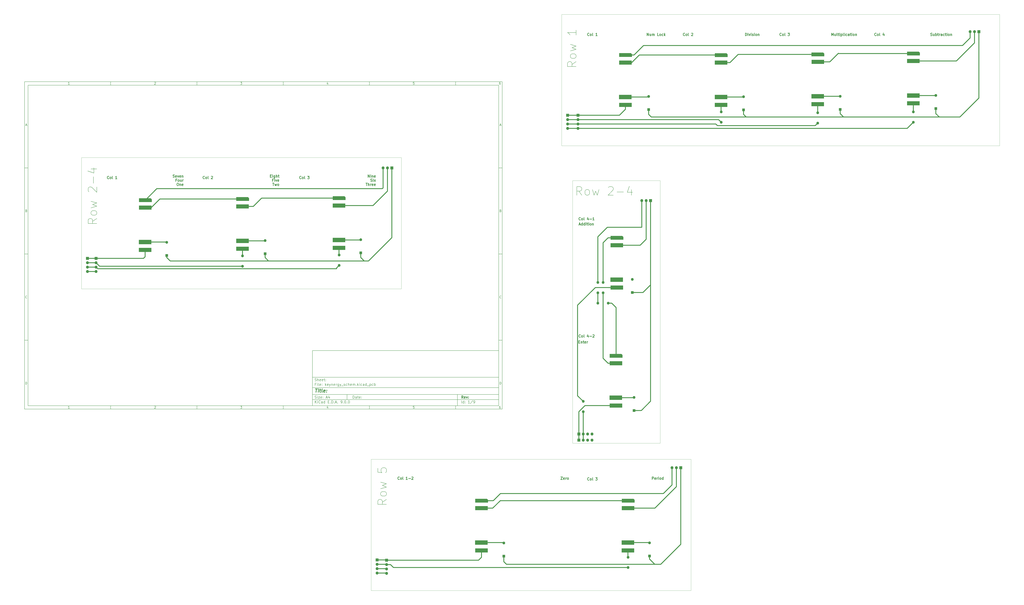
<source format=gbr>
%TF.GenerationSoftware,KiCad,Pcbnew,9.0.0*%
%TF.CreationDate,2025-04-02T13:07:28+08:00*%
%TF.ProjectId,keynergy_schem,6b65796e-6572-4677-995f-736368656d2e,rev?*%
%TF.SameCoordinates,Original*%
%TF.FileFunction,Copper,L1,Top*%
%TF.FilePolarity,Positive*%
%FSLAX46Y46*%
G04 Gerber Fmt 4.6, Leading zero omitted, Abs format (unit mm)*
G04 Created by KiCad (PCBNEW 9.0.0) date 2025-04-02 13:07:28*
%MOMM*%
%LPD*%
G01*
G04 APERTURE LIST*
G04 Aperture macros list*
%AMOutline4P*
0 Free polygon, 4 corners , with rotation*
0 The origin of the aperture is its center*
0 number of corners: always 4*
0 $1 to $8 corner X, Y*
0 $9 Rotation angle, in degrees counterclockwise*
0 create outline with 4 corners*
4,1,4,$1,$2,$3,$4,$5,$6,$7,$8,$1,$2,$9*%
%AMOutline5P*
0 Free polygon, 5 corners , with rotation*
0 The origin of the aperture is its center*
0 number of corners: always 5*
0 $1 to $10 corner X, Y*
0 $11 Rotation angle, in degrees counterclockwise*
0 create outline with 5 corners*
4,1,5,$1,$2,$3,$4,$5,$6,$7,$8,$9,$10,$1,$2,$11*%
%AMOutline6P*
0 Free polygon, 6 corners , with rotation*
0 The origin of the aperture is its center*
0 number of corners: always 6*
0 $1 to $12 corner X, Y*
0 $13 Rotation angle, in degrees counterclockwise*
0 create outline with 6 corners*
4,1,6,$1,$2,$3,$4,$5,$6,$7,$8,$9,$10,$11,$12,$1,$2,$13*%
%AMOutline7P*
0 Free polygon, 7 corners , with rotation*
0 The origin of the aperture is its center*
0 number of corners: always 7*
0 $1 to $14 corner X, Y*
0 $15 Rotation angle, in degrees counterclockwise*
0 create outline with 7 corners*
4,1,7,$1,$2,$3,$4,$5,$6,$7,$8,$9,$10,$11,$12,$13,$14,$1,$2,$15*%
%AMOutline8P*
0 Free polygon, 8 corners , with rotation*
0 The origin of the aperture is its center*
0 number of corners: always 8*
0 $1 to $16 corner X, Y*
0 $17 Rotation angle, in degrees counterclockwise*
0 create outline with 8 corners*
4,1,8,$1,$2,$3,$4,$5,$6,$7,$8,$9,$10,$11,$12,$13,$14,$15,$16,$1,$2,$17*%
G04 Aperture macros list end*
%ADD10C,0.100000*%
%ADD11C,0.150000*%
%ADD12C,0.300000*%
%ADD13C,0.400000*%
%TA.AperFunction,NonConductor*%
%ADD14C,0.100000*%
%TD*%
%TA.AperFunction,NonConductor*%
%ADD15C,0.300000*%
%TD*%
%TA.AperFunction,NonConductor*%
%ADD16C,0.150000*%
%TD*%
%TA.AperFunction,ComponentPad*%
%ADD17R,1.600000X1.600000*%
%TD*%
%TA.AperFunction,ComponentPad*%
%ADD18O,1.600000X1.600000*%
%TD*%
%TA.AperFunction,ComponentPad*%
%ADD19R,1.700000X1.700000*%
%TD*%
%TA.AperFunction,ComponentPad*%
%ADD20O,1.700000X1.700000*%
%TD*%
%TA.AperFunction,SMDPad,CuDef*%
%ADD21Outline5P,-1.079500X3.098800X-0.431800X3.746500X1.079500X3.746500X1.079500X-3.746500X-1.079500X-3.746500X270.000000*%
%TD*%
%TA.AperFunction,SMDPad,CuDef*%
%ADD22Outline4P,-1.190625X-3.667125X1.190625X-3.667125X1.190625X3.667125X-1.190625X3.667125X270.000000*%
%TD*%
%TA.AperFunction,SMDPad,CuDef*%
%ADD23R,7.239000X2.508250*%
%TD*%
%TA.AperFunction,SMDPad,CuDef*%
%ADD24R,7.286624X2.381248*%
%TD*%
%TA.AperFunction,Conductor*%
%ADD25C,0.508000*%
%TD*%
G04 APERTURE END LIST*
D10*
D11*
X177002200Y-166007200D02*
X285002200Y-166007200D01*
X285002200Y-198007200D01*
X177002200Y-198007200D01*
X177002200Y-166007200D01*
D10*
D11*
X10000000Y-10000000D02*
X287002200Y-10000000D01*
X287002200Y-200007200D01*
X10000000Y-200007200D01*
X10000000Y-10000000D01*
D10*
D11*
X12000000Y-12000000D02*
X285002200Y-12000000D01*
X285002200Y-198007200D01*
X12000000Y-198007200D01*
X12000000Y-12000000D01*
D10*
D11*
X60000000Y-12000000D02*
X60000000Y-10000000D01*
D10*
D11*
X110000000Y-12000000D02*
X110000000Y-10000000D01*
D10*
D11*
X160000000Y-12000000D02*
X160000000Y-10000000D01*
D10*
D11*
X210000000Y-12000000D02*
X210000000Y-10000000D01*
D10*
D11*
X260000000Y-12000000D02*
X260000000Y-10000000D01*
D10*
D11*
X36089160Y-11593604D02*
X35346303Y-11593604D01*
X35717731Y-11593604D02*
X35717731Y-10293604D01*
X35717731Y-10293604D02*
X35593922Y-10479319D01*
X35593922Y-10479319D02*
X35470112Y-10603128D01*
X35470112Y-10603128D02*
X35346303Y-10665033D01*
D10*
D11*
X85346303Y-10417414D02*
X85408207Y-10355509D01*
X85408207Y-10355509D02*
X85532017Y-10293604D01*
X85532017Y-10293604D02*
X85841541Y-10293604D01*
X85841541Y-10293604D02*
X85965350Y-10355509D01*
X85965350Y-10355509D02*
X86027255Y-10417414D01*
X86027255Y-10417414D02*
X86089160Y-10541223D01*
X86089160Y-10541223D02*
X86089160Y-10665033D01*
X86089160Y-10665033D02*
X86027255Y-10850747D01*
X86027255Y-10850747D02*
X85284398Y-11593604D01*
X85284398Y-11593604D02*
X86089160Y-11593604D01*
D10*
D11*
X135284398Y-10293604D02*
X136089160Y-10293604D01*
X136089160Y-10293604D02*
X135655826Y-10788842D01*
X135655826Y-10788842D02*
X135841541Y-10788842D01*
X135841541Y-10788842D02*
X135965350Y-10850747D01*
X135965350Y-10850747D02*
X136027255Y-10912652D01*
X136027255Y-10912652D02*
X136089160Y-11036461D01*
X136089160Y-11036461D02*
X136089160Y-11345985D01*
X136089160Y-11345985D02*
X136027255Y-11469795D01*
X136027255Y-11469795D02*
X135965350Y-11531700D01*
X135965350Y-11531700D02*
X135841541Y-11593604D01*
X135841541Y-11593604D02*
X135470112Y-11593604D01*
X135470112Y-11593604D02*
X135346303Y-11531700D01*
X135346303Y-11531700D02*
X135284398Y-11469795D01*
D10*
D11*
X185965350Y-10726938D02*
X185965350Y-11593604D01*
X185655826Y-10231700D02*
X185346303Y-11160271D01*
X185346303Y-11160271D02*
X186151064Y-11160271D01*
D10*
D11*
X236027255Y-10293604D02*
X235408207Y-10293604D01*
X235408207Y-10293604D02*
X235346303Y-10912652D01*
X235346303Y-10912652D02*
X235408207Y-10850747D01*
X235408207Y-10850747D02*
X235532017Y-10788842D01*
X235532017Y-10788842D02*
X235841541Y-10788842D01*
X235841541Y-10788842D02*
X235965350Y-10850747D01*
X235965350Y-10850747D02*
X236027255Y-10912652D01*
X236027255Y-10912652D02*
X236089160Y-11036461D01*
X236089160Y-11036461D02*
X236089160Y-11345985D01*
X236089160Y-11345985D02*
X236027255Y-11469795D01*
X236027255Y-11469795D02*
X235965350Y-11531700D01*
X235965350Y-11531700D02*
X235841541Y-11593604D01*
X235841541Y-11593604D02*
X235532017Y-11593604D01*
X235532017Y-11593604D02*
X235408207Y-11531700D01*
X235408207Y-11531700D02*
X235346303Y-11469795D01*
D10*
D11*
X285965350Y-10293604D02*
X285717731Y-10293604D01*
X285717731Y-10293604D02*
X285593922Y-10355509D01*
X285593922Y-10355509D02*
X285532017Y-10417414D01*
X285532017Y-10417414D02*
X285408207Y-10603128D01*
X285408207Y-10603128D02*
X285346303Y-10850747D01*
X285346303Y-10850747D02*
X285346303Y-11345985D01*
X285346303Y-11345985D02*
X285408207Y-11469795D01*
X285408207Y-11469795D02*
X285470112Y-11531700D01*
X285470112Y-11531700D02*
X285593922Y-11593604D01*
X285593922Y-11593604D02*
X285841541Y-11593604D01*
X285841541Y-11593604D02*
X285965350Y-11531700D01*
X285965350Y-11531700D02*
X286027255Y-11469795D01*
X286027255Y-11469795D02*
X286089160Y-11345985D01*
X286089160Y-11345985D02*
X286089160Y-11036461D01*
X286089160Y-11036461D02*
X286027255Y-10912652D01*
X286027255Y-10912652D02*
X285965350Y-10850747D01*
X285965350Y-10850747D02*
X285841541Y-10788842D01*
X285841541Y-10788842D02*
X285593922Y-10788842D01*
X285593922Y-10788842D02*
X285470112Y-10850747D01*
X285470112Y-10850747D02*
X285408207Y-10912652D01*
X285408207Y-10912652D02*
X285346303Y-11036461D01*
D10*
D11*
X60000000Y-198007200D02*
X60000000Y-200007200D01*
D10*
D11*
X110000000Y-198007200D02*
X110000000Y-200007200D01*
D10*
D11*
X160000000Y-198007200D02*
X160000000Y-200007200D01*
D10*
D11*
X210000000Y-198007200D02*
X210000000Y-200007200D01*
D10*
D11*
X260000000Y-198007200D02*
X260000000Y-200007200D01*
D10*
D11*
X36089160Y-199600804D02*
X35346303Y-199600804D01*
X35717731Y-199600804D02*
X35717731Y-198300804D01*
X35717731Y-198300804D02*
X35593922Y-198486519D01*
X35593922Y-198486519D02*
X35470112Y-198610328D01*
X35470112Y-198610328D02*
X35346303Y-198672233D01*
D10*
D11*
X85346303Y-198424614D02*
X85408207Y-198362709D01*
X85408207Y-198362709D02*
X85532017Y-198300804D01*
X85532017Y-198300804D02*
X85841541Y-198300804D01*
X85841541Y-198300804D02*
X85965350Y-198362709D01*
X85965350Y-198362709D02*
X86027255Y-198424614D01*
X86027255Y-198424614D02*
X86089160Y-198548423D01*
X86089160Y-198548423D02*
X86089160Y-198672233D01*
X86089160Y-198672233D02*
X86027255Y-198857947D01*
X86027255Y-198857947D02*
X85284398Y-199600804D01*
X85284398Y-199600804D02*
X86089160Y-199600804D01*
D10*
D11*
X135284398Y-198300804D02*
X136089160Y-198300804D01*
X136089160Y-198300804D02*
X135655826Y-198796042D01*
X135655826Y-198796042D02*
X135841541Y-198796042D01*
X135841541Y-198796042D02*
X135965350Y-198857947D01*
X135965350Y-198857947D02*
X136027255Y-198919852D01*
X136027255Y-198919852D02*
X136089160Y-199043661D01*
X136089160Y-199043661D02*
X136089160Y-199353185D01*
X136089160Y-199353185D02*
X136027255Y-199476995D01*
X136027255Y-199476995D02*
X135965350Y-199538900D01*
X135965350Y-199538900D02*
X135841541Y-199600804D01*
X135841541Y-199600804D02*
X135470112Y-199600804D01*
X135470112Y-199600804D02*
X135346303Y-199538900D01*
X135346303Y-199538900D02*
X135284398Y-199476995D01*
D10*
D11*
X185965350Y-198734138D02*
X185965350Y-199600804D01*
X185655826Y-198238900D02*
X185346303Y-199167471D01*
X185346303Y-199167471D02*
X186151064Y-199167471D01*
D10*
D11*
X236027255Y-198300804D02*
X235408207Y-198300804D01*
X235408207Y-198300804D02*
X235346303Y-198919852D01*
X235346303Y-198919852D02*
X235408207Y-198857947D01*
X235408207Y-198857947D02*
X235532017Y-198796042D01*
X235532017Y-198796042D02*
X235841541Y-198796042D01*
X235841541Y-198796042D02*
X235965350Y-198857947D01*
X235965350Y-198857947D02*
X236027255Y-198919852D01*
X236027255Y-198919852D02*
X236089160Y-199043661D01*
X236089160Y-199043661D02*
X236089160Y-199353185D01*
X236089160Y-199353185D02*
X236027255Y-199476995D01*
X236027255Y-199476995D02*
X235965350Y-199538900D01*
X235965350Y-199538900D02*
X235841541Y-199600804D01*
X235841541Y-199600804D02*
X235532017Y-199600804D01*
X235532017Y-199600804D02*
X235408207Y-199538900D01*
X235408207Y-199538900D02*
X235346303Y-199476995D01*
D10*
D11*
X285965350Y-198300804D02*
X285717731Y-198300804D01*
X285717731Y-198300804D02*
X285593922Y-198362709D01*
X285593922Y-198362709D02*
X285532017Y-198424614D01*
X285532017Y-198424614D02*
X285408207Y-198610328D01*
X285408207Y-198610328D02*
X285346303Y-198857947D01*
X285346303Y-198857947D02*
X285346303Y-199353185D01*
X285346303Y-199353185D02*
X285408207Y-199476995D01*
X285408207Y-199476995D02*
X285470112Y-199538900D01*
X285470112Y-199538900D02*
X285593922Y-199600804D01*
X285593922Y-199600804D02*
X285841541Y-199600804D01*
X285841541Y-199600804D02*
X285965350Y-199538900D01*
X285965350Y-199538900D02*
X286027255Y-199476995D01*
X286027255Y-199476995D02*
X286089160Y-199353185D01*
X286089160Y-199353185D02*
X286089160Y-199043661D01*
X286089160Y-199043661D02*
X286027255Y-198919852D01*
X286027255Y-198919852D02*
X285965350Y-198857947D01*
X285965350Y-198857947D02*
X285841541Y-198796042D01*
X285841541Y-198796042D02*
X285593922Y-198796042D01*
X285593922Y-198796042D02*
X285470112Y-198857947D01*
X285470112Y-198857947D02*
X285408207Y-198919852D01*
X285408207Y-198919852D02*
X285346303Y-199043661D01*
D10*
D11*
X10000000Y-60000000D02*
X12000000Y-60000000D01*
D10*
D11*
X10000000Y-110000000D02*
X12000000Y-110000000D01*
D10*
D11*
X10000000Y-160000000D02*
X12000000Y-160000000D01*
D10*
D11*
X10690476Y-35222176D02*
X11309523Y-35222176D01*
X10566666Y-35593604D02*
X10999999Y-34293604D01*
X10999999Y-34293604D02*
X11433333Y-35593604D01*
D10*
D11*
X11092857Y-84912652D02*
X11278571Y-84974557D01*
X11278571Y-84974557D02*
X11340476Y-85036461D01*
X11340476Y-85036461D02*
X11402380Y-85160271D01*
X11402380Y-85160271D02*
X11402380Y-85345985D01*
X11402380Y-85345985D02*
X11340476Y-85469795D01*
X11340476Y-85469795D02*
X11278571Y-85531700D01*
X11278571Y-85531700D02*
X11154761Y-85593604D01*
X11154761Y-85593604D02*
X10659523Y-85593604D01*
X10659523Y-85593604D02*
X10659523Y-84293604D01*
X10659523Y-84293604D02*
X11092857Y-84293604D01*
X11092857Y-84293604D02*
X11216666Y-84355509D01*
X11216666Y-84355509D02*
X11278571Y-84417414D01*
X11278571Y-84417414D02*
X11340476Y-84541223D01*
X11340476Y-84541223D02*
X11340476Y-84665033D01*
X11340476Y-84665033D02*
X11278571Y-84788842D01*
X11278571Y-84788842D02*
X11216666Y-84850747D01*
X11216666Y-84850747D02*
X11092857Y-84912652D01*
X11092857Y-84912652D02*
X10659523Y-84912652D01*
D10*
D11*
X11402380Y-135469795D02*
X11340476Y-135531700D01*
X11340476Y-135531700D02*
X11154761Y-135593604D01*
X11154761Y-135593604D02*
X11030952Y-135593604D01*
X11030952Y-135593604D02*
X10845238Y-135531700D01*
X10845238Y-135531700D02*
X10721428Y-135407890D01*
X10721428Y-135407890D02*
X10659523Y-135284080D01*
X10659523Y-135284080D02*
X10597619Y-135036461D01*
X10597619Y-135036461D02*
X10597619Y-134850747D01*
X10597619Y-134850747D02*
X10659523Y-134603128D01*
X10659523Y-134603128D02*
X10721428Y-134479319D01*
X10721428Y-134479319D02*
X10845238Y-134355509D01*
X10845238Y-134355509D02*
X11030952Y-134293604D01*
X11030952Y-134293604D02*
X11154761Y-134293604D01*
X11154761Y-134293604D02*
X11340476Y-134355509D01*
X11340476Y-134355509D02*
X11402380Y-134417414D01*
D10*
D11*
X10659523Y-185593604D02*
X10659523Y-184293604D01*
X10659523Y-184293604D02*
X10969047Y-184293604D01*
X10969047Y-184293604D02*
X11154761Y-184355509D01*
X11154761Y-184355509D02*
X11278571Y-184479319D01*
X11278571Y-184479319D02*
X11340476Y-184603128D01*
X11340476Y-184603128D02*
X11402380Y-184850747D01*
X11402380Y-184850747D02*
X11402380Y-185036461D01*
X11402380Y-185036461D02*
X11340476Y-185284080D01*
X11340476Y-185284080D02*
X11278571Y-185407890D01*
X11278571Y-185407890D02*
X11154761Y-185531700D01*
X11154761Y-185531700D02*
X10969047Y-185593604D01*
X10969047Y-185593604D02*
X10659523Y-185593604D01*
D10*
D11*
X287002200Y-60000000D02*
X285002200Y-60000000D01*
D10*
D11*
X287002200Y-110000000D02*
X285002200Y-110000000D01*
D10*
D11*
X287002200Y-160000000D02*
X285002200Y-160000000D01*
D10*
D11*
X285692676Y-35222176D02*
X286311723Y-35222176D01*
X285568866Y-35593604D02*
X286002199Y-34293604D01*
X286002199Y-34293604D02*
X286435533Y-35593604D01*
D10*
D11*
X286095057Y-84912652D02*
X286280771Y-84974557D01*
X286280771Y-84974557D02*
X286342676Y-85036461D01*
X286342676Y-85036461D02*
X286404580Y-85160271D01*
X286404580Y-85160271D02*
X286404580Y-85345985D01*
X286404580Y-85345985D02*
X286342676Y-85469795D01*
X286342676Y-85469795D02*
X286280771Y-85531700D01*
X286280771Y-85531700D02*
X286156961Y-85593604D01*
X286156961Y-85593604D02*
X285661723Y-85593604D01*
X285661723Y-85593604D02*
X285661723Y-84293604D01*
X285661723Y-84293604D02*
X286095057Y-84293604D01*
X286095057Y-84293604D02*
X286218866Y-84355509D01*
X286218866Y-84355509D02*
X286280771Y-84417414D01*
X286280771Y-84417414D02*
X286342676Y-84541223D01*
X286342676Y-84541223D02*
X286342676Y-84665033D01*
X286342676Y-84665033D02*
X286280771Y-84788842D01*
X286280771Y-84788842D02*
X286218866Y-84850747D01*
X286218866Y-84850747D02*
X286095057Y-84912652D01*
X286095057Y-84912652D02*
X285661723Y-84912652D01*
D10*
D11*
X286404580Y-135469795D02*
X286342676Y-135531700D01*
X286342676Y-135531700D02*
X286156961Y-135593604D01*
X286156961Y-135593604D02*
X286033152Y-135593604D01*
X286033152Y-135593604D02*
X285847438Y-135531700D01*
X285847438Y-135531700D02*
X285723628Y-135407890D01*
X285723628Y-135407890D02*
X285661723Y-135284080D01*
X285661723Y-135284080D02*
X285599819Y-135036461D01*
X285599819Y-135036461D02*
X285599819Y-134850747D01*
X285599819Y-134850747D02*
X285661723Y-134603128D01*
X285661723Y-134603128D02*
X285723628Y-134479319D01*
X285723628Y-134479319D02*
X285847438Y-134355509D01*
X285847438Y-134355509D02*
X286033152Y-134293604D01*
X286033152Y-134293604D02*
X286156961Y-134293604D01*
X286156961Y-134293604D02*
X286342676Y-134355509D01*
X286342676Y-134355509D02*
X286404580Y-134417414D01*
D10*
D11*
X285661723Y-185593604D02*
X285661723Y-184293604D01*
X285661723Y-184293604D02*
X285971247Y-184293604D01*
X285971247Y-184293604D02*
X286156961Y-184355509D01*
X286156961Y-184355509D02*
X286280771Y-184479319D01*
X286280771Y-184479319D02*
X286342676Y-184603128D01*
X286342676Y-184603128D02*
X286404580Y-184850747D01*
X286404580Y-184850747D02*
X286404580Y-185036461D01*
X286404580Y-185036461D02*
X286342676Y-185284080D01*
X286342676Y-185284080D02*
X286280771Y-185407890D01*
X286280771Y-185407890D02*
X286156961Y-185531700D01*
X286156961Y-185531700D02*
X285971247Y-185593604D01*
X285971247Y-185593604D02*
X285661723Y-185593604D01*
D10*
D11*
X200458026Y-193793328D02*
X200458026Y-192293328D01*
X200458026Y-192293328D02*
X200815169Y-192293328D01*
X200815169Y-192293328D02*
X201029455Y-192364757D01*
X201029455Y-192364757D02*
X201172312Y-192507614D01*
X201172312Y-192507614D02*
X201243741Y-192650471D01*
X201243741Y-192650471D02*
X201315169Y-192936185D01*
X201315169Y-192936185D02*
X201315169Y-193150471D01*
X201315169Y-193150471D02*
X201243741Y-193436185D01*
X201243741Y-193436185D02*
X201172312Y-193579042D01*
X201172312Y-193579042D02*
X201029455Y-193721900D01*
X201029455Y-193721900D02*
X200815169Y-193793328D01*
X200815169Y-193793328D02*
X200458026Y-193793328D01*
X202600884Y-193793328D02*
X202600884Y-193007614D01*
X202600884Y-193007614D02*
X202529455Y-192864757D01*
X202529455Y-192864757D02*
X202386598Y-192793328D01*
X202386598Y-192793328D02*
X202100884Y-192793328D01*
X202100884Y-192793328D02*
X201958026Y-192864757D01*
X202600884Y-193721900D02*
X202458026Y-193793328D01*
X202458026Y-193793328D02*
X202100884Y-193793328D01*
X202100884Y-193793328D02*
X201958026Y-193721900D01*
X201958026Y-193721900D02*
X201886598Y-193579042D01*
X201886598Y-193579042D02*
X201886598Y-193436185D01*
X201886598Y-193436185D02*
X201958026Y-193293328D01*
X201958026Y-193293328D02*
X202100884Y-193221900D01*
X202100884Y-193221900D02*
X202458026Y-193221900D01*
X202458026Y-193221900D02*
X202600884Y-193150471D01*
X203100884Y-192793328D02*
X203672312Y-192793328D01*
X203315169Y-192293328D02*
X203315169Y-193579042D01*
X203315169Y-193579042D02*
X203386598Y-193721900D01*
X203386598Y-193721900D02*
X203529455Y-193793328D01*
X203529455Y-193793328D02*
X203672312Y-193793328D01*
X204743741Y-193721900D02*
X204600884Y-193793328D01*
X204600884Y-193793328D02*
X204315170Y-193793328D01*
X204315170Y-193793328D02*
X204172312Y-193721900D01*
X204172312Y-193721900D02*
X204100884Y-193579042D01*
X204100884Y-193579042D02*
X204100884Y-193007614D01*
X204100884Y-193007614D02*
X204172312Y-192864757D01*
X204172312Y-192864757D02*
X204315170Y-192793328D01*
X204315170Y-192793328D02*
X204600884Y-192793328D01*
X204600884Y-192793328D02*
X204743741Y-192864757D01*
X204743741Y-192864757D02*
X204815170Y-193007614D01*
X204815170Y-193007614D02*
X204815170Y-193150471D01*
X204815170Y-193150471D02*
X204100884Y-193293328D01*
X205458026Y-193650471D02*
X205529455Y-193721900D01*
X205529455Y-193721900D02*
X205458026Y-193793328D01*
X205458026Y-193793328D02*
X205386598Y-193721900D01*
X205386598Y-193721900D02*
X205458026Y-193650471D01*
X205458026Y-193650471D02*
X205458026Y-193793328D01*
X205458026Y-192864757D02*
X205529455Y-192936185D01*
X205529455Y-192936185D02*
X205458026Y-193007614D01*
X205458026Y-193007614D02*
X205386598Y-192936185D01*
X205386598Y-192936185D02*
X205458026Y-192864757D01*
X205458026Y-192864757D02*
X205458026Y-193007614D01*
D10*
D11*
X177002200Y-194507200D02*
X285002200Y-194507200D01*
D10*
D11*
X178458026Y-196593328D02*
X178458026Y-195093328D01*
X179315169Y-196593328D02*
X178672312Y-195736185D01*
X179315169Y-195093328D02*
X178458026Y-195950471D01*
X179958026Y-196593328D02*
X179958026Y-195593328D01*
X179958026Y-195093328D02*
X179886598Y-195164757D01*
X179886598Y-195164757D02*
X179958026Y-195236185D01*
X179958026Y-195236185D02*
X180029455Y-195164757D01*
X180029455Y-195164757D02*
X179958026Y-195093328D01*
X179958026Y-195093328D02*
X179958026Y-195236185D01*
X181529455Y-196450471D02*
X181458027Y-196521900D01*
X181458027Y-196521900D02*
X181243741Y-196593328D01*
X181243741Y-196593328D02*
X181100884Y-196593328D01*
X181100884Y-196593328D02*
X180886598Y-196521900D01*
X180886598Y-196521900D02*
X180743741Y-196379042D01*
X180743741Y-196379042D02*
X180672312Y-196236185D01*
X180672312Y-196236185D02*
X180600884Y-195950471D01*
X180600884Y-195950471D02*
X180600884Y-195736185D01*
X180600884Y-195736185D02*
X180672312Y-195450471D01*
X180672312Y-195450471D02*
X180743741Y-195307614D01*
X180743741Y-195307614D02*
X180886598Y-195164757D01*
X180886598Y-195164757D02*
X181100884Y-195093328D01*
X181100884Y-195093328D02*
X181243741Y-195093328D01*
X181243741Y-195093328D02*
X181458027Y-195164757D01*
X181458027Y-195164757D02*
X181529455Y-195236185D01*
X182815170Y-196593328D02*
X182815170Y-195807614D01*
X182815170Y-195807614D02*
X182743741Y-195664757D01*
X182743741Y-195664757D02*
X182600884Y-195593328D01*
X182600884Y-195593328D02*
X182315170Y-195593328D01*
X182315170Y-195593328D02*
X182172312Y-195664757D01*
X182815170Y-196521900D02*
X182672312Y-196593328D01*
X182672312Y-196593328D02*
X182315170Y-196593328D01*
X182315170Y-196593328D02*
X182172312Y-196521900D01*
X182172312Y-196521900D02*
X182100884Y-196379042D01*
X182100884Y-196379042D02*
X182100884Y-196236185D01*
X182100884Y-196236185D02*
X182172312Y-196093328D01*
X182172312Y-196093328D02*
X182315170Y-196021900D01*
X182315170Y-196021900D02*
X182672312Y-196021900D01*
X182672312Y-196021900D02*
X182815170Y-195950471D01*
X184172313Y-196593328D02*
X184172313Y-195093328D01*
X184172313Y-196521900D02*
X184029455Y-196593328D01*
X184029455Y-196593328D02*
X183743741Y-196593328D01*
X183743741Y-196593328D02*
X183600884Y-196521900D01*
X183600884Y-196521900D02*
X183529455Y-196450471D01*
X183529455Y-196450471D02*
X183458027Y-196307614D01*
X183458027Y-196307614D02*
X183458027Y-195879042D01*
X183458027Y-195879042D02*
X183529455Y-195736185D01*
X183529455Y-195736185D02*
X183600884Y-195664757D01*
X183600884Y-195664757D02*
X183743741Y-195593328D01*
X183743741Y-195593328D02*
X184029455Y-195593328D01*
X184029455Y-195593328D02*
X184172313Y-195664757D01*
X186029455Y-195807614D02*
X186529455Y-195807614D01*
X186743741Y-196593328D02*
X186029455Y-196593328D01*
X186029455Y-196593328D02*
X186029455Y-195093328D01*
X186029455Y-195093328D02*
X186743741Y-195093328D01*
X187386598Y-196450471D02*
X187458027Y-196521900D01*
X187458027Y-196521900D02*
X187386598Y-196593328D01*
X187386598Y-196593328D02*
X187315170Y-196521900D01*
X187315170Y-196521900D02*
X187386598Y-196450471D01*
X187386598Y-196450471D02*
X187386598Y-196593328D01*
X188100884Y-196593328D02*
X188100884Y-195093328D01*
X188100884Y-195093328D02*
X188458027Y-195093328D01*
X188458027Y-195093328D02*
X188672313Y-195164757D01*
X188672313Y-195164757D02*
X188815170Y-195307614D01*
X188815170Y-195307614D02*
X188886599Y-195450471D01*
X188886599Y-195450471D02*
X188958027Y-195736185D01*
X188958027Y-195736185D02*
X188958027Y-195950471D01*
X188958027Y-195950471D02*
X188886599Y-196236185D01*
X188886599Y-196236185D02*
X188815170Y-196379042D01*
X188815170Y-196379042D02*
X188672313Y-196521900D01*
X188672313Y-196521900D02*
X188458027Y-196593328D01*
X188458027Y-196593328D02*
X188100884Y-196593328D01*
X189600884Y-196450471D02*
X189672313Y-196521900D01*
X189672313Y-196521900D02*
X189600884Y-196593328D01*
X189600884Y-196593328D02*
X189529456Y-196521900D01*
X189529456Y-196521900D02*
X189600884Y-196450471D01*
X189600884Y-196450471D02*
X189600884Y-196593328D01*
X190243742Y-196164757D02*
X190958028Y-196164757D01*
X190100885Y-196593328D02*
X190600885Y-195093328D01*
X190600885Y-195093328D02*
X191100885Y-196593328D01*
X191600884Y-196450471D02*
X191672313Y-196521900D01*
X191672313Y-196521900D02*
X191600884Y-196593328D01*
X191600884Y-196593328D02*
X191529456Y-196521900D01*
X191529456Y-196521900D02*
X191600884Y-196450471D01*
X191600884Y-196450471D02*
X191600884Y-196593328D01*
X193529456Y-196593328D02*
X193815170Y-196593328D01*
X193815170Y-196593328D02*
X193958027Y-196521900D01*
X193958027Y-196521900D02*
X194029456Y-196450471D01*
X194029456Y-196450471D02*
X194172313Y-196236185D01*
X194172313Y-196236185D02*
X194243742Y-195950471D01*
X194243742Y-195950471D02*
X194243742Y-195379042D01*
X194243742Y-195379042D02*
X194172313Y-195236185D01*
X194172313Y-195236185D02*
X194100885Y-195164757D01*
X194100885Y-195164757D02*
X193958027Y-195093328D01*
X193958027Y-195093328D02*
X193672313Y-195093328D01*
X193672313Y-195093328D02*
X193529456Y-195164757D01*
X193529456Y-195164757D02*
X193458027Y-195236185D01*
X193458027Y-195236185D02*
X193386599Y-195379042D01*
X193386599Y-195379042D02*
X193386599Y-195736185D01*
X193386599Y-195736185D02*
X193458027Y-195879042D01*
X193458027Y-195879042D02*
X193529456Y-195950471D01*
X193529456Y-195950471D02*
X193672313Y-196021900D01*
X193672313Y-196021900D02*
X193958027Y-196021900D01*
X193958027Y-196021900D02*
X194100885Y-195950471D01*
X194100885Y-195950471D02*
X194172313Y-195879042D01*
X194172313Y-195879042D02*
X194243742Y-195736185D01*
X194886598Y-196450471D02*
X194958027Y-196521900D01*
X194958027Y-196521900D02*
X194886598Y-196593328D01*
X194886598Y-196593328D02*
X194815170Y-196521900D01*
X194815170Y-196521900D02*
X194886598Y-196450471D01*
X194886598Y-196450471D02*
X194886598Y-196593328D01*
X195886599Y-195093328D02*
X196029456Y-195093328D01*
X196029456Y-195093328D02*
X196172313Y-195164757D01*
X196172313Y-195164757D02*
X196243742Y-195236185D01*
X196243742Y-195236185D02*
X196315170Y-195379042D01*
X196315170Y-195379042D02*
X196386599Y-195664757D01*
X196386599Y-195664757D02*
X196386599Y-196021900D01*
X196386599Y-196021900D02*
X196315170Y-196307614D01*
X196315170Y-196307614D02*
X196243742Y-196450471D01*
X196243742Y-196450471D02*
X196172313Y-196521900D01*
X196172313Y-196521900D02*
X196029456Y-196593328D01*
X196029456Y-196593328D02*
X195886599Y-196593328D01*
X195886599Y-196593328D02*
X195743742Y-196521900D01*
X195743742Y-196521900D02*
X195672313Y-196450471D01*
X195672313Y-196450471D02*
X195600884Y-196307614D01*
X195600884Y-196307614D02*
X195529456Y-196021900D01*
X195529456Y-196021900D02*
X195529456Y-195664757D01*
X195529456Y-195664757D02*
X195600884Y-195379042D01*
X195600884Y-195379042D02*
X195672313Y-195236185D01*
X195672313Y-195236185D02*
X195743742Y-195164757D01*
X195743742Y-195164757D02*
X195886599Y-195093328D01*
X197029455Y-196450471D02*
X197100884Y-196521900D01*
X197100884Y-196521900D02*
X197029455Y-196593328D01*
X197029455Y-196593328D02*
X196958027Y-196521900D01*
X196958027Y-196521900D02*
X197029455Y-196450471D01*
X197029455Y-196450471D02*
X197029455Y-196593328D01*
X198029456Y-195093328D02*
X198172313Y-195093328D01*
X198172313Y-195093328D02*
X198315170Y-195164757D01*
X198315170Y-195164757D02*
X198386599Y-195236185D01*
X198386599Y-195236185D02*
X198458027Y-195379042D01*
X198458027Y-195379042D02*
X198529456Y-195664757D01*
X198529456Y-195664757D02*
X198529456Y-196021900D01*
X198529456Y-196021900D02*
X198458027Y-196307614D01*
X198458027Y-196307614D02*
X198386599Y-196450471D01*
X198386599Y-196450471D02*
X198315170Y-196521900D01*
X198315170Y-196521900D02*
X198172313Y-196593328D01*
X198172313Y-196593328D02*
X198029456Y-196593328D01*
X198029456Y-196593328D02*
X197886599Y-196521900D01*
X197886599Y-196521900D02*
X197815170Y-196450471D01*
X197815170Y-196450471D02*
X197743741Y-196307614D01*
X197743741Y-196307614D02*
X197672313Y-196021900D01*
X197672313Y-196021900D02*
X197672313Y-195664757D01*
X197672313Y-195664757D02*
X197743741Y-195379042D01*
X197743741Y-195379042D02*
X197815170Y-195236185D01*
X197815170Y-195236185D02*
X197886599Y-195164757D01*
X197886599Y-195164757D02*
X198029456Y-195093328D01*
D10*
D11*
X177002200Y-191507200D02*
X285002200Y-191507200D01*
D10*
D12*
X264413853Y-193785528D02*
X263913853Y-193071242D01*
X263556710Y-193785528D02*
X263556710Y-192285528D01*
X263556710Y-192285528D02*
X264128139Y-192285528D01*
X264128139Y-192285528D02*
X264270996Y-192356957D01*
X264270996Y-192356957D02*
X264342425Y-192428385D01*
X264342425Y-192428385D02*
X264413853Y-192571242D01*
X264413853Y-192571242D02*
X264413853Y-192785528D01*
X264413853Y-192785528D02*
X264342425Y-192928385D01*
X264342425Y-192928385D02*
X264270996Y-192999814D01*
X264270996Y-192999814D02*
X264128139Y-193071242D01*
X264128139Y-193071242D02*
X263556710Y-193071242D01*
X265628139Y-193714100D02*
X265485282Y-193785528D01*
X265485282Y-193785528D02*
X265199568Y-193785528D01*
X265199568Y-193785528D02*
X265056710Y-193714100D01*
X265056710Y-193714100D02*
X264985282Y-193571242D01*
X264985282Y-193571242D02*
X264985282Y-192999814D01*
X264985282Y-192999814D02*
X265056710Y-192856957D01*
X265056710Y-192856957D02*
X265199568Y-192785528D01*
X265199568Y-192785528D02*
X265485282Y-192785528D01*
X265485282Y-192785528D02*
X265628139Y-192856957D01*
X265628139Y-192856957D02*
X265699568Y-192999814D01*
X265699568Y-192999814D02*
X265699568Y-193142671D01*
X265699568Y-193142671D02*
X264985282Y-193285528D01*
X266199567Y-192785528D02*
X266556710Y-193785528D01*
X266556710Y-193785528D02*
X266913853Y-192785528D01*
X267485281Y-193642671D02*
X267556710Y-193714100D01*
X267556710Y-193714100D02*
X267485281Y-193785528D01*
X267485281Y-193785528D02*
X267413853Y-193714100D01*
X267413853Y-193714100D02*
X267485281Y-193642671D01*
X267485281Y-193642671D02*
X267485281Y-193785528D01*
X267485281Y-192856957D02*
X267556710Y-192928385D01*
X267556710Y-192928385D02*
X267485281Y-192999814D01*
X267485281Y-192999814D02*
X267413853Y-192928385D01*
X267413853Y-192928385D02*
X267485281Y-192856957D01*
X267485281Y-192856957D02*
X267485281Y-192999814D01*
D10*
D11*
X178386598Y-193721900D02*
X178600884Y-193793328D01*
X178600884Y-193793328D02*
X178958026Y-193793328D01*
X178958026Y-193793328D02*
X179100884Y-193721900D01*
X179100884Y-193721900D02*
X179172312Y-193650471D01*
X179172312Y-193650471D02*
X179243741Y-193507614D01*
X179243741Y-193507614D02*
X179243741Y-193364757D01*
X179243741Y-193364757D02*
X179172312Y-193221900D01*
X179172312Y-193221900D02*
X179100884Y-193150471D01*
X179100884Y-193150471D02*
X178958026Y-193079042D01*
X178958026Y-193079042D02*
X178672312Y-193007614D01*
X178672312Y-193007614D02*
X178529455Y-192936185D01*
X178529455Y-192936185D02*
X178458026Y-192864757D01*
X178458026Y-192864757D02*
X178386598Y-192721900D01*
X178386598Y-192721900D02*
X178386598Y-192579042D01*
X178386598Y-192579042D02*
X178458026Y-192436185D01*
X178458026Y-192436185D02*
X178529455Y-192364757D01*
X178529455Y-192364757D02*
X178672312Y-192293328D01*
X178672312Y-192293328D02*
X179029455Y-192293328D01*
X179029455Y-192293328D02*
X179243741Y-192364757D01*
X179886597Y-193793328D02*
X179886597Y-192793328D01*
X179886597Y-192293328D02*
X179815169Y-192364757D01*
X179815169Y-192364757D02*
X179886597Y-192436185D01*
X179886597Y-192436185D02*
X179958026Y-192364757D01*
X179958026Y-192364757D02*
X179886597Y-192293328D01*
X179886597Y-192293328D02*
X179886597Y-192436185D01*
X180458026Y-192793328D02*
X181243741Y-192793328D01*
X181243741Y-192793328D02*
X180458026Y-193793328D01*
X180458026Y-193793328D02*
X181243741Y-193793328D01*
X182386598Y-193721900D02*
X182243741Y-193793328D01*
X182243741Y-193793328D02*
X181958027Y-193793328D01*
X181958027Y-193793328D02*
X181815169Y-193721900D01*
X181815169Y-193721900D02*
X181743741Y-193579042D01*
X181743741Y-193579042D02*
X181743741Y-193007614D01*
X181743741Y-193007614D02*
X181815169Y-192864757D01*
X181815169Y-192864757D02*
X181958027Y-192793328D01*
X181958027Y-192793328D02*
X182243741Y-192793328D01*
X182243741Y-192793328D02*
X182386598Y-192864757D01*
X182386598Y-192864757D02*
X182458027Y-193007614D01*
X182458027Y-193007614D02*
X182458027Y-193150471D01*
X182458027Y-193150471D02*
X181743741Y-193293328D01*
X183100883Y-193650471D02*
X183172312Y-193721900D01*
X183172312Y-193721900D02*
X183100883Y-193793328D01*
X183100883Y-193793328D02*
X183029455Y-193721900D01*
X183029455Y-193721900D02*
X183100883Y-193650471D01*
X183100883Y-193650471D02*
X183100883Y-193793328D01*
X183100883Y-192864757D02*
X183172312Y-192936185D01*
X183172312Y-192936185D02*
X183100883Y-193007614D01*
X183100883Y-193007614D02*
X183029455Y-192936185D01*
X183029455Y-192936185D02*
X183100883Y-192864757D01*
X183100883Y-192864757D02*
X183100883Y-193007614D01*
X184886598Y-193364757D02*
X185600884Y-193364757D01*
X184743741Y-193793328D02*
X185243741Y-192293328D01*
X185243741Y-192293328D02*
X185743741Y-193793328D01*
X186886598Y-192793328D02*
X186886598Y-193793328D01*
X186529455Y-192221900D02*
X186172312Y-193293328D01*
X186172312Y-193293328D02*
X187100883Y-193293328D01*
D10*
D11*
X263458026Y-196593328D02*
X263458026Y-195093328D01*
X264815170Y-196593328D02*
X264815170Y-195093328D01*
X264815170Y-196521900D02*
X264672312Y-196593328D01*
X264672312Y-196593328D02*
X264386598Y-196593328D01*
X264386598Y-196593328D02*
X264243741Y-196521900D01*
X264243741Y-196521900D02*
X264172312Y-196450471D01*
X264172312Y-196450471D02*
X264100884Y-196307614D01*
X264100884Y-196307614D02*
X264100884Y-195879042D01*
X264100884Y-195879042D02*
X264172312Y-195736185D01*
X264172312Y-195736185D02*
X264243741Y-195664757D01*
X264243741Y-195664757D02*
X264386598Y-195593328D01*
X264386598Y-195593328D02*
X264672312Y-195593328D01*
X264672312Y-195593328D02*
X264815170Y-195664757D01*
X265529455Y-196450471D02*
X265600884Y-196521900D01*
X265600884Y-196521900D02*
X265529455Y-196593328D01*
X265529455Y-196593328D02*
X265458027Y-196521900D01*
X265458027Y-196521900D02*
X265529455Y-196450471D01*
X265529455Y-196450471D02*
X265529455Y-196593328D01*
X265529455Y-195664757D02*
X265600884Y-195736185D01*
X265600884Y-195736185D02*
X265529455Y-195807614D01*
X265529455Y-195807614D02*
X265458027Y-195736185D01*
X265458027Y-195736185D02*
X265529455Y-195664757D01*
X265529455Y-195664757D02*
X265529455Y-195807614D01*
X268172313Y-196593328D02*
X267315170Y-196593328D01*
X267743741Y-196593328D02*
X267743741Y-195093328D01*
X267743741Y-195093328D02*
X267600884Y-195307614D01*
X267600884Y-195307614D02*
X267458027Y-195450471D01*
X267458027Y-195450471D02*
X267315170Y-195521900D01*
X269886598Y-195021900D02*
X268600884Y-196950471D01*
X270458027Y-196593328D02*
X270743741Y-196593328D01*
X270743741Y-196593328D02*
X270886598Y-196521900D01*
X270886598Y-196521900D02*
X270958027Y-196450471D01*
X270958027Y-196450471D02*
X271100884Y-196236185D01*
X271100884Y-196236185D02*
X271172313Y-195950471D01*
X271172313Y-195950471D02*
X271172313Y-195379042D01*
X271172313Y-195379042D02*
X271100884Y-195236185D01*
X271100884Y-195236185D02*
X271029456Y-195164757D01*
X271029456Y-195164757D02*
X270886598Y-195093328D01*
X270886598Y-195093328D02*
X270600884Y-195093328D01*
X270600884Y-195093328D02*
X270458027Y-195164757D01*
X270458027Y-195164757D02*
X270386598Y-195236185D01*
X270386598Y-195236185D02*
X270315170Y-195379042D01*
X270315170Y-195379042D02*
X270315170Y-195736185D01*
X270315170Y-195736185D02*
X270386598Y-195879042D01*
X270386598Y-195879042D02*
X270458027Y-195950471D01*
X270458027Y-195950471D02*
X270600884Y-196021900D01*
X270600884Y-196021900D02*
X270886598Y-196021900D01*
X270886598Y-196021900D02*
X271029456Y-195950471D01*
X271029456Y-195950471D02*
X271100884Y-195879042D01*
X271100884Y-195879042D02*
X271172313Y-195736185D01*
D10*
D11*
X177002200Y-187507200D02*
X285002200Y-187507200D01*
D10*
D13*
X178693928Y-188211638D02*
X179836785Y-188211638D01*
X179015357Y-190211638D02*
X179265357Y-188211638D01*
X180253452Y-190211638D02*
X180420119Y-188878304D01*
X180503452Y-188211638D02*
X180396309Y-188306876D01*
X180396309Y-188306876D02*
X180479643Y-188402114D01*
X180479643Y-188402114D02*
X180586786Y-188306876D01*
X180586786Y-188306876D02*
X180503452Y-188211638D01*
X180503452Y-188211638D02*
X180479643Y-188402114D01*
X181086786Y-188878304D02*
X181848690Y-188878304D01*
X181455833Y-188211638D02*
X181241548Y-189925923D01*
X181241548Y-189925923D02*
X181312976Y-190116400D01*
X181312976Y-190116400D02*
X181491548Y-190211638D01*
X181491548Y-190211638D02*
X181682024Y-190211638D01*
X182634405Y-190211638D02*
X182455833Y-190116400D01*
X182455833Y-190116400D02*
X182384405Y-189925923D01*
X182384405Y-189925923D02*
X182598690Y-188211638D01*
X184170119Y-190116400D02*
X183967738Y-190211638D01*
X183967738Y-190211638D02*
X183586785Y-190211638D01*
X183586785Y-190211638D02*
X183408214Y-190116400D01*
X183408214Y-190116400D02*
X183336785Y-189925923D01*
X183336785Y-189925923D02*
X183432024Y-189164019D01*
X183432024Y-189164019D02*
X183551071Y-188973542D01*
X183551071Y-188973542D02*
X183753452Y-188878304D01*
X183753452Y-188878304D02*
X184134404Y-188878304D01*
X184134404Y-188878304D02*
X184312976Y-188973542D01*
X184312976Y-188973542D02*
X184384404Y-189164019D01*
X184384404Y-189164019D02*
X184360595Y-189354495D01*
X184360595Y-189354495D02*
X183384404Y-189544971D01*
X185134405Y-190021161D02*
X185217738Y-190116400D01*
X185217738Y-190116400D02*
X185110595Y-190211638D01*
X185110595Y-190211638D02*
X185027262Y-190116400D01*
X185027262Y-190116400D02*
X185134405Y-190021161D01*
X185134405Y-190021161D02*
X185110595Y-190211638D01*
X185265357Y-188973542D02*
X185348690Y-189068780D01*
X185348690Y-189068780D02*
X185241548Y-189164019D01*
X185241548Y-189164019D02*
X185158214Y-189068780D01*
X185158214Y-189068780D02*
X185265357Y-188973542D01*
X185265357Y-188973542D02*
X185241548Y-189164019D01*
D10*
D11*
X178958026Y-185607614D02*
X178458026Y-185607614D01*
X178458026Y-186393328D02*
X178458026Y-184893328D01*
X178458026Y-184893328D02*
X179172312Y-184893328D01*
X179743740Y-186393328D02*
X179743740Y-185393328D01*
X179743740Y-184893328D02*
X179672312Y-184964757D01*
X179672312Y-184964757D02*
X179743740Y-185036185D01*
X179743740Y-185036185D02*
X179815169Y-184964757D01*
X179815169Y-184964757D02*
X179743740Y-184893328D01*
X179743740Y-184893328D02*
X179743740Y-185036185D01*
X180672312Y-186393328D02*
X180529455Y-186321900D01*
X180529455Y-186321900D02*
X180458026Y-186179042D01*
X180458026Y-186179042D02*
X180458026Y-184893328D01*
X181815169Y-186321900D02*
X181672312Y-186393328D01*
X181672312Y-186393328D02*
X181386598Y-186393328D01*
X181386598Y-186393328D02*
X181243740Y-186321900D01*
X181243740Y-186321900D02*
X181172312Y-186179042D01*
X181172312Y-186179042D02*
X181172312Y-185607614D01*
X181172312Y-185607614D02*
X181243740Y-185464757D01*
X181243740Y-185464757D02*
X181386598Y-185393328D01*
X181386598Y-185393328D02*
X181672312Y-185393328D01*
X181672312Y-185393328D02*
X181815169Y-185464757D01*
X181815169Y-185464757D02*
X181886598Y-185607614D01*
X181886598Y-185607614D02*
X181886598Y-185750471D01*
X181886598Y-185750471D02*
X181172312Y-185893328D01*
X182529454Y-186250471D02*
X182600883Y-186321900D01*
X182600883Y-186321900D02*
X182529454Y-186393328D01*
X182529454Y-186393328D02*
X182458026Y-186321900D01*
X182458026Y-186321900D02*
X182529454Y-186250471D01*
X182529454Y-186250471D02*
X182529454Y-186393328D01*
X182529454Y-185464757D02*
X182600883Y-185536185D01*
X182600883Y-185536185D02*
X182529454Y-185607614D01*
X182529454Y-185607614D02*
X182458026Y-185536185D01*
X182458026Y-185536185D02*
X182529454Y-185464757D01*
X182529454Y-185464757D02*
X182529454Y-185607614D01*
X184386597Y-186393328D02*
X184386597Y-184893328D01*
X184529455Y-185821900D02*
X184958026Y-186393328D01*
X184958026Y-185393328D02*
X184386597Y-185964757D01*
X186172312Y-186321900D02*
X186029455Y-186393328D01*
X186029455Y-186393328D02*
X185743741Y-186393328D01*
X185743741Y-186393328D02*
X185600883Y-186321900D01*
X185600883Y-186321900D02*
X185529455Y-186179042D01*
X185529455Y-186179042D02*
X185529455Y-185607614D01*
X185529455Y-185607614D02*
X185600883Y-185464757D01*
X185600883Y-185464757D02*
X185743741Y-185393328D01*
X185743741Y-185393328D02*
X186029455Y-185393328D01*
X186029455Y-185393328D02*
X186172312Y-185464757D01*
X186172312Y-185464757D02*
X186243741Y-185607614D01*
X186243741Y-185607614D02*
X186243741Y-185750471D01*
X186243741Y-185750471D02*
X185529455Y-185893328D01*
X186743740Y-185393328D02*
X187100883Y-186393328D01*
X187458026Y-185393328D02*
X187100883Y-186393328D01*
X187100883Y-186393328D02*
X186958026Y-186750471D01*
X186958026Y-186750471D02*
X186886597Y-186821900D01*
X186886597Y-186821900D02*
X186743740Y-186893328D01*
X188029454Y-185393328D02*
X188029454Y-186393328D01*
X188029454Y-185536185D02*
X188100883Y-185464757D01*
X188100883Y-185464757D02*
X188243740Y-185393328D01*
X188243740Y-185393328D02*
X188458026Y-185393328D01*
X188458026Y-185393328D02*
X188600883Y-185464757D01*
X188600883Y-185464757D02*
X188672312Y-185607614D01*
X188672312Y-185607614D02*
X188672312Y-186393328D01*
X189958026Y-186321900D02*
X189815169Y-186393328D01*
X189815169Y-186393328D02*
X189529455Y-186393328D01*
X189529455Y-186393328D02*
X189386597Y-186321900D01*
X189386597Y-186321900D02*
X189315169Y-186179042D01*
X189315169Y-186179042D02*
X189315169Y-185607614D01*
X189315169Y-185607614D02*
X189386597Y-185464757D01*
X189386597Y-185464757D02*
X189529455Y-185393328D01*
X189529455Y-185393328D02*
X189815169Y-185393328D01*
X189815169Y-185393328D02*
X189958026Y-185464757D01*
X189958026Y-185464757D02*
X190029455Y-185607614D01*
X190029455Y-185607614D02*
X190029455Y-185750471D01*
X190029455Y-185750471D02*
X189315169Y-185893328D01*
X190672311Y-186393328D02*
X190672311Y-185393328D01*
X190672311Y-185679042D02*
X190743740Y-185536185D01*
X190743740Y-185536185D02*
X190815169Y-185464757D01*
X190815169Y-185464757D02*
X190958026Y-185393328D01*
X190958026Y-185393328D02*
X191100883Y-185393328D01*
X192243740Y-185393328D02*
X192243740Y-186607614D01*
X192243740Y-186607614D02*
X192172311Y-186750471D01*
X192172311Y-186750471D02*
X192100882Y-186821900D01*
X192100882Y-186821900D02*
X191958025Y-186893328D01*
X191958025Y-186893328D02*
X191743740Y-186893328D01*
X191743740Y-186893328D02*
X191600882Y-186821900D01*
X192243740Y-186321900D02*
X192100882Y-186393328D01*
X192100882Y-186393328D02*
X191815168Y-186393328D01*
X191815168Y-186393328D02*
X191672311Y-186321900D01*
X191672311Y-186321900D02*
X191600882Y-186250471D01*
X191600882Y-186250471D02*
X191529454Y-186107614D01*
X191529454Y-186107614D02*
X191529454Y-185679042D01*
X191529454Y-185679042D02*
X191600882Y-185536185D01*
X191600882Y-185536185D02*
X191672311Y-185464757D01*
X191672311Y-185464757D02*
X191815168Y-185393328D01*
X191815168Y-185393328D02*
X192100882Y-185393328D01*
X192100882Y-185393328D02*
X192243740Y-185464757D01*
X192815168Y-185393328D02*
X193172311Y-186393328D01*
X193529454Y-185393328D02*
X193172311Y-186393328D01*
X193172311Y-186393328D02*
X193029454Y-186750471D01*
X193029454Y-186750471D02*
X192958025Y-186821900D01*
X192958025Y-186821900D02*
X192815168Y-186893328D01*
X193743740Y-186536185D02*
X194886597Y-186536185D01*
X195172311Y-186321900D02*
X195315168Y-186393328D01*
X195315168Y-186393328D02*
X195600882Y-186393328D01*
X195600882Y-186393328D02*
X195743739Y-186321900D01*
X195743739Y-186321900D02*
X195815168Y-186179042D01*
X195815168Y-186179042D02*
X195815168Y-186107614D01*
X195815168Y-186107614D02*
X195743739Y-185964757D01*
X195743739Y-185964757D02*
X195600882Y-185893328D01*
X195600882Y-185893328D02*
X195386597Y-185893328D01*
X195386597Y-185893328D02*
X195243739Y-185821900D01*
X195243739Y-185821900D02*
X195172311Y-185679042D01*
X195172311Y-185679042D02*
X195172311Y-185607614D01*
X195172311Y-185607614D02*
X195243739Y-185464757D01*
X195243739Y-185464757D02*
X195386597Y-185393328D01*
X195386597Y-185393328D02*
X195600882Y-185393328D01*
X195600882Y-185393328D02*
X195743739Y-185464757D01*
X197100883Y-186321900D02*
X196958025Y-186393328D01*
X196958025Y-186393328D02*
X196672311Y-186393328D01*
X196672311Y-186393328D02*
X196529454Y-186321900D01*
X196529454Y-186321900D02*
X196458025Y-186250471D01*
X196458025Y-186250471D02*
X196386597Y-186107614D01*
X196386597Y-186107614D02*
X196386597Y-185679042D01*
X196386597Y-185679042D02*
X196458025Y-185536185D01*
X196458025Y-185536185D02*
X196529454Y-185464757D01*
X196529454Y-185464757D02*
X196672311Y-185393328D01*
X196672311Y-185393328D02*
X196958025Y-185393328D01*
X196958025Y-185393328D02*
X197100883Y-185464757D01*
X197743739Y-186393328D02*
X197743739Y-184893328D01*
X198386597Y-186393328D02*
X198386597Y-185607614D01*
X198386597Y-185607614D02*
X198315168Y-185464757D01*
X198315168Y-185464757D02*
X198172311Y-185393328D01*
X198172311Y-185393328D02*
X197958025Y-185393328D01*
X197958025Y-185393328D02*
X197815168Y-185464757D01*
X197815168Y-185464757D02*
X197743739Y-185536185D01*
X199672311Y-186321900D02*
X199529454Y-186393328D01*
X199529454Y-186393328D02*
X199243740Y-186393328D01*
X199243740Y-186393328D02*
X199100882Y-186321900D01*
X199100882Y-186321900D02*
X199029454Y-186179042D01*
X199029454Y-186179042D02*
X199029454Y-185607614D01*
X199029454Y-185607614D02*
X199100882Y-185464757D01*
X199100882Y-185464757D02*
X199243740Y-185393328D01*
X199243740Y-185393328D02*
X199529454Y-185393328D01*
X199529454Y-185393328D02*
X199672311Y-185464757D01*
X199672311Y-185464757D02*
X199743740Y-185607614D01*
X199743740Y-185607614D02*
X199743740Y-185750471D01*
X199743740Y-185750471D02*
X199029454Y-185893328D01*
X200386596Y-186393328D02*
X200386596Y-185393328D01*
X200386596Y-185536185D02*
X200458025Y-185464757D01*
X200458025Y-185464757D02*
X200600882Y-185393328D01*
X200600882Y-185393328D02*
X200815168Y-185393328D01*
X200815168Y-185393328D02*
X200958025Y-185464757D01*
X200958025Y-185464757D02*
X201029454Y-185607614D01*
X201029454Y-185607614D02*
X201029454Y-186393328D01*
X201029454Y-185607614D02*
X201100882Y-185464757D01*
X201100882Y-185464757D02*
X201243739Y-185393328D01*
X201243739Y-185393328D02*
X201458025Y-185393328D01*
X201458025Y-185393328D02*
X201600882Y-185464757D01*
X201600882Y-185464757D02*
X201672311Y-185607614D01*
X201672311Y-185607614D02*
X201672311Y-186393328D01*
X202386596Y-186250471D02*
X202458025Y-186321900D01*
X202458025Y-186321900D02*
X202386596Y-186393328D01*
X202386596Y-186393328D02*
X202315168Y-186321900D01*
X202315168Y-186321900D02*
X202386596Y-186250471D01*
X202386596Y-186250471D02*
X202386596Y-186393328D01*
X203100882Y-186393328D02*
X203100882Y-184893328D01*
X203243740Y-185821900D02*
X203672311Y-186393328D01*
X203672311Y-185393328D02*
X203100882Y-185964757D01*
X204315168Y-186393328D02*
X204315168Y-185393328D01*
X204315168Y-184893328D02*
X204243740Y-184964757D01*
X204243740Y-184964757D02*
X204315168Y-185036185D01*
X204315168Y-185036185D02*
X204386597Y-184964757D01*
X204386597Y-184964757D02*
X204315168Y-184893328D01*
X204315168Y-184893328D02*
X204315168Y-185036185D01*
X205672312Y-186321900D02*
X205529454Y-186393328D01*
X205529454Y-186393328D02*
X205243740Y-186393328D01*
X205243740Y-186393328D02*
X205100883Y-186321900D01*
X205100883Y-186321900D02*
X205029454Y-186250471D01*
X205029454Y-186250471D02*
X204958026Y-186107614D01*
X204958026Y-186107614D02*
X204958026Y-185679042D01*
X204958026Y-185679042D02*
X205029454Y-185536185D01*
X205029454Y-185536185D02*
X205100883Y-185464757D01*
X205100883Y-185464757D02*
X205243740Y-185393328D01*
X205243740Y-185393328D02*
X205529454Y-185393328D01*
X205529454Y-185393328D02*
X205672312Y-185464757D01*
X206958026Y-186393328D02*
X206958026Y-185607614D01*
X206958026Y-185607614D02*
X206886597Y-185464757D01*
X206886597Y-185464757D02*
X206743740Y-185393328D01*
X206743740Y-185393328D02*
X206458026Y-185393328D01*
X206458026Y-185393328D02*
X206315168Y-185464757D01*
X206958026Y-186321900D02*
X206815168Y-186393328D01*
X206815168Y-186393328D02*
X206458026Y-186393328D01*
X206458026Y-186393328D02*
X206315168Y-186321900D01*
X206315168Y-186321900D02*
X206243740Y-186179042D01*
X206243740Y-186179042D02*
X206243740Y-186036185D01*
X206243740Y-186036185D02*
X206315168Y-185893328D01*
X206315168Y-185893328D02*
X206458026Y-185821900D01*
X206458026Y-185821900D02*
X206815168Y-185821900D01*
X206815168Y-185821900D02*
X206958026Y-185750471D01*
X208315169Y-186393328D02*
X208315169Y-184893328D01*
X208315169Y-186321900D02*
X208172311Y-186393328D01*
X208172311Y-186393328D02*
X207886597Y-186393328D01*
X207886597Y-186393328D02*
X207743740Y-186321900D01*
X207743740Y-186321900D02*
X207672311Y-186250471D01*
X207672311Y-186250471D02*
X207600883Y-186107614D01*
X207600883Y-186107614D02*
X207600883Y-185679042D01*
X207600883Y-185679042D02*
X207672311Y-185536185D01*
X207672311Y-185536185D02*
X207743740Y-185464757D01*
X207743740Y-185464757D02*
X207886597Y-185393328D01*
X207886597Y-185393328D02*
X208172311Y-185393328D01*
X208172311Y-185393328D02*
X208315169Y-185464757D01*
X208672312Y-186536185D02*
X209815169Y-186536185D01*
X210172311Y-185393328D02*
X210172311Y-186893328D01*
X210172311Y-185464757D02*
X210315169Y-185393328D01*
X210315169Y-185393328D02*
X210600883Y-185393328D01*
X210600883Y-185393328D02*
X210743740Y-185464757D01*
X210743740Y-185464757D02*
X210815169Y-185536185D01*
X210815169Y-185536185D02*
X210886597Y-185679042D01*
X210886597Y-185679042D02*
X210886597Y-186107614D01*
X210886597Y-186107614D02*
X210815169Y-186250471D01*
X210815169Y-186250471D02*
X210743740Y-186321900D01*
X210743740Y-186321900D02*
X210600883Y-186393328D01*
X210600883Y-186393328D02*
X210315169Y-186393328D01*
X210315169Y-186393328D02*
X210172311Y-186321900D01*
X212172312Y-186321900D02*
X212029454Y-186393328D01*
X212029454Y-186393328D02*
X211743740Y-186393328D01*
X211743740Y-186393328D02*
X211600883Y-186321900D01*
X211600883Y-186321900D02*
X211529454Y-186250471D01*
X211529454Y-186250471D02*
X211458026Y-186107614D01*
X211458026Y-186107614D02*
X211458026Y-185679042D01*
X211458026Y-185679042D02*
X211529454Y-185536185D01*
X211529454Y-185536185D02*
X211600883Y-185464757D01*
X211600883Y-185464757D02*
X211743740Y-185393328D01*
X211743740Y-185393328D02*
X212029454Y-185393328D01*
X212029454Y-185393328D02*
X212172312Y-185464757D01*
X212815168Y-186393328D02*
X212815168Y-184893328D01*
X212815168Y-185464757D02*
X212958026Y-185393328D01*
X212958026Y-185393328D02*
X213243740Y-185393328D01*
X213243740Y-185393328D02*
X213386597Y-185464757D01*
X213386597Y-185464757D02*
X213458026Y-185536185D01*
X213458026Y-185536185D02*
X213529454Y-185679042D01*
X213529454Y-185679042D02*
X213529454Y-186107614D01*
X213529454Y-186107614D02*
X213458026Y-186250471D01*
X213458026Y-186250471D02*
X213386597Y-186321900D01*
X213386597Y-186321900D02*
X213243740Y-186393328D01*
X213243740Y-186393328D02*
X212958026Y-186393328D01*
X212958026Y-186393328D02*
X212815168Y-186321900D01*
D10*
D11*
X177002200Y-181507200D02*
X285002200Y-181507200D01*
D10*
D11*
X178386598Y-183621900D02*
X178600884Y-183693328D01*
X178600884Y-183693328D02*
X178958026Y-183693328D01*
X178958026Y-183693328D02*
X179100884Y-183621900D01*
X179100884Y-183621900D02*
X179172312Y-183550471D01*
X179172312Y-183550471D02*
X179243741Y-183407614D01*
X179243741Y-183407614D02*
X179243741Y-183264757D01*
X179243741Y-183264757D02*
X179172312Y-183121900D01*
X179172312Y-183121900D02*
X179100884Y-183050471D01*
X179100884Y-183050471D02*
X178958026Y-182979042D01*
X178958026Y-182979042D02*
X178672312Y-182907614D01*
X178672312Y-182907614D02*
X178529455Y-182836185D01*
X178529455Y-182836185D02*
X178458026Y-182764757D01*
X178458026Y-182764757D02*
X178386598Y-182621900D01*
X178386598Y-182621900D02*
X178386598Y-182479042D01*
X178386598Y-182479042D02*
X178458026Y-182336185D01*
X178458026Y-182336185D02*
X178529455Y-182264757D01*
X178529455Y-182264757D02*
X178672312Y-182193328D01*
X178672312Y-182193328D02*
X179029455Y-182193328D01*
X179029455Y-182193328D02*
X179243741Y-182264757D01*
X179886597Y-183693328D02*
X179886597Y-182193328D01*
X180529455Y-183693328D02*
X180529455Y-182907614D01*
X180529455Y-182907614D02*
X180458026Y-182764757D01*
X180458026Y-182764757D02*
X180315169Y-182693328D01*
X180315169Y-182693328D02*
X180100883Y-182693328D01*
X180100883Y-182693328D02*
X179958026Y-182764757D01*
X179958026Y-182764757D02*
X179886597Y-182836185D01*
X181815169Y-183621900D02*
X181672312Y-183693328D01*
X181672312Y-183693328D02*
X181386598Y-183693328D01*
X181386598Y-183693328D02*
X181243740Y-183621900D01*
X181243740Y-183621900D02*
X181172312Y-183479042D01*
X181172312Y-183479042D02*
X181172312Y-182907614D01*
X181172312Y-182907614D02*
X181243740Y-182764757D01*
X181243740Y-182764757D02*
X181386598Y-182693328D01*
X181386598Y-182693328D02*
X181672312Y-182693328D01*
X181672312Y-182693328D02*
X181815169Y-182764757D01*
X181815169Y-182764757D02*
X181886598Y-182907614D01*
X181886598Y-182907614D02*
X181886598Y-183050471D01*
X181886598Y-183050471D02*
X181172312Y-183193328D01*
X183100883Y-183621900D02*
X182958026Y-183693328D01*
X182958026Y-183693328D02*
X182672312Y-183693328D01*
X182672312Y-183693328D02*
X182529454Y-183621900D01*
X182529454Y-183621900D02*
X182458026Y-183479042D01*
X182458026Y-183479042D02*
X182458026Y-182907614D01*
X182458026Y-182907614D02*
X182529454Y-182764757D01*
X182529454Y-182764757D02*
X182672312Y-182693328D01*
X182672312Y-182693328D02*
X182958026Y-182693328D01*
X182958026Y-182693328D02*
X183100883Y-182764757D01*
X183100883Y-182764757D02*
X183172312Y-182907614D01*
X183172312Y-182907614D02*
X183172312Y-183050471D01*
X183172312Y-183050471D02*
X182458026Y-183193328D01*
X183600883Y-182693328D02*
X184172311Y-182693328D01*
X183815168Y-182193328D02*
X183815168Y-183479042D01*
X183815168Y-183479042D02*
X183886597Y-183621900D01*
X183886597Y-183621900D02*
X184029454Y-183693328D01*
X184029454Y-183693328D02*
X184172311Y-183693328D01*
X184672311Y-183550471D02*
X184743740Y-183621900D01*
X184743740Y-183621900D02*
X184672311Y-183693328D01*
X184672311Y-183693328D02*
X184600883Y-183621900D01*
X184600883Y-183621900D02*
X184672311Y-183550471D01*
X184672311Y-183550471D02*
X184672311Y-183693328D01*
X184672311Y-182764757D02*
X184743740Y-182836185D01*
X184743740Y-182836185D02*
X184672311Y-182907614D01*
X184672311Y-182907614D02*
X184600883Y-182836185D01*
X184600883Y-182836185D02*
X184672311Y-182764757D01*
X184672311Y-182764757D02*
X184672311Y-182907614D01*
D10*
D11*
X197002200Y-191507200D02*
X197002200Y-194507200D01*
D10*
D11*
X261002200Y-191507200D02*
X261002200Y-198007200D01*
D14*
X321500000Y29000000D02*
X575500000Y29000000D01*
X575500000Y-47200000D01*
X321500000Y-47200000D01*
X321500000Y29000000D01*
X43000000Y-54044000D02*
X228500000Y-54044000D01*
X228500000Y-130244000D01*
X43000000Y-130244000D01*
X43000000Y-54044000D01*
X327853000Y-67400000D02*
X378653000Y-67400000D01*
X378653000Y-219800000D01*
X327853000Y-219800000D01*
X327853000Y-67400000D01*
X211000000Y-229088000D02*
X396500000Y-229088000D01*
X396500000Y-305288000D01*
X211000000Y-305288000D01*
X211000000Y-229088000D01*
D12*
D15*
X331374060Y-161015114D02*
X331874060Y-161015114D01*
X332088346Y-161800828D02*
X331374060Y-161800828D01*
X331374060Y-161800828D02*
X331374060Y-160300828D01*
X331374060Y-160300828D02*
X332088346Y-160300828D01*
X332731203Y-160800828D02*
X332731203Y-161800828D01*
X332731203Y-160943685D02*
X332802632Y-160872257D01*
X332802632Y-160872257D02*
X332945489Y-160800828D01*
X332945489Y-160800828D02*
X333159775Y-160800828D01*
X333159775Y-160800828D02*
X333302632Y-160872257D01*
X333302632Y-160872257D02*
X333374061Y-161015114D01*
X333374061Y-161015114D02*
X333374061Y-161800828D01*
X333874061Y-160800828D02*
X334445489Y-160800828D01*
X334088346Y-160300828D02*
X334088346Y-161586542D01*
X334088346Y-161586542D02*
X334159775Y-161729400D01*
X334159775Y-161729400D02*
X334302632Y-161800828D01*
X334302632Y-161800828D02*
X334445489Y-161800828D01*
X335516918Y-161729400D02*
X335374061Y-161800828D01*
X335374061Y-161800828D02*
X335088347Y-161800828D01*
X335088347Y-161800828D02*
X334945489Y-161729400D01*
X334945489Y-161729400D02*
X334874061Y-161586542D01*
X334874061Y-161586542D02*
X334874061Y-161015114D01*
X334874061Y-161015114D02*
X334945489Y-160872257D01*
X334945489Y-160872257D02*
X335088347Y-160800828D01*
X335088347Y-160800828D02*
X335374061Y-160800828D01*
X335374061Y-160800828D02*
X335516918Y-160872257D01*
X335516918Y-160872257D02*
X335588347Y-161015114D01*
X335588347Y-161015114D02*
X335588347Y-161157971D01*
X335588347Y-161157971D02*
X334874061Y-161300828D01*
X336231203Y-161800828D02*
X336231203Y-160800828D01*
X336231203Y-161086542D02*
X336302632Y-160943685D01*
X336302632Y-160943685D02*
X336374061Y-160872257D01*
X336374061Y-160872257D02*
X336516918Y-160800828D01*
X336516918Y-160800828D02*
X336659775Y-160800828D01*
D12*
D15*
X535483082Y16770600D02*
X535697368Y16699171D01*
X535697368Y16699171D02*
X536054510Y16699171D01*
X536054510Y16699171D02*
X536197368Y16770600D01*
X536197368Y16770600D02*
X536268796Y16842028D01*
X536268796Y16842028D02*
X536340225Y16984885D01*
X536340225Y16984885D02*
X536340225Y17127742D01*
X536340225Y17127742D02*
X536268796Y17270600D01*
X536268796Y17270600D02*
X536197368Y17342028D01*
X536197368Y17342028D02*
X536054510Y17413457D01*
X536054510Y17413457D02*
X535768796Y17484885D01*
X535768796Y17484885D02*
X535625939Y17556314D01*
X535625939Y17556314D02*
X535554510Y17627742D01*
X535554510Y17627742D02*
X535483082Y17770600D01*
X535483082Y17770600D02*
X535483082Y17913457D01*
X535483082Y17913457D02*
X535554510Y18056314D01*
X535554510Y18056314D02*
X535625939Y18127742D01*
X535625939Y18127742D02*
X535768796Y18199171D01*
X535768796Y18199171D02*
X536125939Y18199171D01*
X536125939Y18199171D02*
X536340225Y18127742D01*
X537625939Y17699171D02*
X537625939Y16699171D01*
X536983081Y17699171D02*
X536983081Y16913457D01*
X536983081Y16913457D02*
X537054510Y16770600D01*
X537054510Y16770600D02*
X537197367Y16699171D01*
X537197367Y16699171D02*
X537411653Y16699171D01*
X537411653Y16699171D02*
X537554510Y16770600D01*
X537554510Y16770600D02*
X537625939Y16842028D01*
X538340224Y16699171D02*
X538340224Y18199171D01*
X538340224Y17627742D02*
X538483082Y17699171D01*
X538483082Y17699171D02*
X538768796Y17699171D01*
X538768796Y17699171D02*
X538911653Y17627742D01*
X538911653Y17627742D02*
X538983082Y17556314D01*
X538983082Y17556314D02*
X539054510Y17413457D01*
X539054510Y17413457D02*
X539054510Y16984885D01*
X539054510Y16984885D02*
X538983082Y16842028D01*
X538983082Y16842028D02*
X538911653Y16770600D01*
X538911653Y16770600D02*
X538768796Y16699171D01*
X538768796Y16699171D02*
X538483082Y16699171D01*
X538483082Y16699171D02*
X538340224Y16770600D01*
X539483082Y17699171D02*
X540054510Y17699171D01*
X539697367Y18199171D02*
X539697367Y16913457D01*
X539697367Y16913457D02*
X539768796Y16770600D01*
X539768796Y16770600D02*
X539911653Y16699171D01*
X539911653Y16699171D02*
X540054510Y16699171D01*
X540554510Y16699171D02*
X540554510Y17699171D01*
X540554510Y17413457D02*
X540625939Y17556314D01*
X540625939Y17556314D02*
X540697368Y17627742D01*
X540697368Y17627742D02*
X540840225Y17699171D01*
X540840225Y17699171D02*
X540983082Y17699171D01*
X542125939Y16699171D02*
X542125939Y17484885D01*
X542125939Y17484885D02*
X542054510Y17627742D01*
X542054510Y17627742D02*
X541911653Y17699171D01*
X541911653Y17699171D02*
X541625939Y17699171D01*
X541625939Y17699171D02*
X541483081Y17627742D01*
X542125939Y16770600D02*
X541983081Y16699171D01*
X541983081Y16699171D02*
X541625939Y16699171D01*
X541625939Y16699171D02*
X541483081Y16770600D01*
X541483081Y16770600D02*
X541411653Y16913457D01*
X541411653Y16913457D02*
X541411653Y17056314D01*
X541411653Y17056314D02*
X541483081Y17199171D01*
X541483081Y17199171D02*
X541625939Y17270600D01*
X541625939Y17270600D02*
X541983081Y17270600D01*
X541983081Y17270600D02*
X542125939Y17342028D01*
X543483082Y16770600D02*
X543340224Y16699171D01*
X543340224Y16699171D02*
X543054510Y16699171D01*
X543054510Y16699171D02*
X542911653Y16770600D01*
X542911653Y16770600D02*
X542840224Y16842028D01*
X542840224Y16842028D02*
X542768796Y16984885D01*
X542768796Y16984885D02*
X542768796Y17413457D01*
X542768796Y17413457D02*
X542840224Y17556314D01*
X542840224Y17556314D02*
X542911653Y17627742D01*
X542911653Y17627742D02*
X543054510Y17699171D01*
X543054510Y17699171D02*
X543340224Y17699171D01*
X543340224Y17699171D02*
X543483082Y17627742D01*
X543911653Y17699171D02*
X544483081Y17699171D01*
X544125938Y18199171D02*
X544125938Y16913457D01*
X544125938Y16913457D02*
X544197367Y16770600D01*
X544197367Y16770600D02*
X544340224Y16699171D01*
X544340224Y16699171D02*
X544483081Y16699171D01*
X544983081Y16699171D02*
X544983081Y17699171D01*
X544983081Y18199171D02*
X544911653Y18127742D01*
X544911653Y18127742D02*
X544983081Y18056314D01*
X544983081Y18056314D02*
X545054510Y18127742D01*
X545054510Y18127742D02*
X544983081Y18199171D01*
X544983081Y18199171D02*
X544983081Y18056314D01*
X545911653Y16699171D02*
X545768796Y16770600D01*
X545768796Y16770600D02*
X545697367Y16842028D01*
X545697367Y16842028D02*
X545625939Y16984885D01*
X545625939Y16984885D02*
X545625939Y17413457D01*
X545625939Y17413457D02*
X545697367Y17556314D01*
X545697367Y17556314D02*
X545768796Y17627742D01*
X545768796Y17627742D02*
X545911653Y17699171D01*
X545911653Y17699171D02*
X546125939Y17699171D01*
X546125939Y17699171D02*
X546268796Y17627742D01*
X546268796Y17627742D02*
X546340225Y17556314D01*
X546340225Y17556314D02*
X546411653Y17413457D01*
X546411653Y17413457D02*
X546411653Y16984885D01*
X546411653Y16984885D02*
X546340225Y16842028D01*
X546340225Y16842028D02*
X546268796Y16770600D01*
X546268796Y16770600D02*
X546125939Y16699171D01*
X546125939Y16699171D02*
X545911653Y16699171D01*
X547054510Y17699171D02*
X547054510Y16699171D01*
X547054510Y17556314D02*
X547125939Y17627742D01*
X547125939Y17627742D02*
X547268796Y17699171D01*
X547268796Y17699171D02*
X547483082Y17699171D01*
X547483082Y17699171D02*
X547625939Y17627742D01*
X547625939Y17627742D02*
X547697368Y17484885D01*
X547697368Y17484885D02*
X547697368Y16699171D01*
D12*
D15*
X321016918Y-239344828D02*
X322016918Y-239344828D01*
X322016918Y-239344828D02*
X321016918Y-240844828D01*
X321016918Y-240844828D02*
X322016918Y-240844828D01*
X323159775Y-240773400D02*
X323016918Y-240844828D01*
X323016918Y-240844828D02*
X322731204Y-240844828D01*
X322731204Y-240844828D02*
X322588346Y-240773400D01*
X322588346Y-240773400D02*
X322516918Y-240630542D01*
X322516918Y-240630542D02*
X322516918Y-240059114D01*
X322516918Y-240059114D02*
X322588346Y-239916257D01*
X322588346Y-239916257D02*
X322731204Y-239844828D01*
X322731204Y-239844828D02*
X323016918Y-239844828D01*
X323016918Y-239844828D02*
X323159775Y-239916257D01*
X323159775Y-239916257D02*
X323231204Y-240059114D01*
X323231204Y-240059114D02*
X323231204Y-240201971D01*
X323231204Y-240201971D02*
X322516918Y-240344828D01*
X323874060Y-240844828D02*
X323874060Y-239844828D01*
X323874060Y-240130542D02*
X323945489Y-239987685D01*
X323945489Y-239987685D02*
X324016918Y-239916257D01*
X324016918Y-239916257D02*
X324159775Y-239844828D01*
X324159775Y-239844828D02*
X324302632Y-239844828D01*
X325016917Y-240844828D02*
X324874060Y-240773400D01*
X324874060Y-240773400D02*
X324802631Y-240701971D01*
X324802631Y-240701971D02*
X324731203Y-240559114D01*
X324731203Y-240559114D02*
X324731203Y-240130542D01*
X324731203Y-240130542D02*
X324802631Y-239987685D01*
X324802631Y-239987685D02*
X324874060Y-239916257D01*
X324874060Y-239916257D02*
X325016917Y-239844828D01*
X325016917Y-239844828D02*
X325231203Y-239844828D01*
X325231203Y-239844828D02*
X325374060Y-239916257D01*
X325374060Y-239916257D02*
X325445489Y-239987685D01*
X325445489Y-239987685D02*
X325516917Y-240130542D01*
X325516917Y-240130542D02*
X325516917Y-240559114D01*
X325516917Y-240559114D02*
X325445489Y-240701971D01*
X325445489Y-240701971D02*
X325374060Y-240773400D01*
X325374060Y-240773400D02*
X325231203Y-240844828D01*
X325231203Y-240844828D02*
X325016917Y-240844828D01*
D11*
D16*
X219880295Y-252397696D02*
X217499342Y-254064363D01*
X219880295Y-255254839D02*
X214880295Y-255254839D01*
X214880295Y-255254839D02*
X214880295Y-253350077D01*
X214880295Y-253350077D02*
X215118390Y-252873887D01*
X215118390Y-252873887D02*
X215356485Y-252635792D01*
X215356485Y-252635792D02*
X215832676Y-252397696D01*
X215832676Y-252397696D02*
X216546961Y-252397696D01*
X216546961Y-252397696D02*
X217023152Y-252635792D01*
X217023152Y-252635792D02*
X217261247Y-252873887D01*
X217261247Y-252873887D02*
X217499342Y-253350077D01*
X217499342Y-253350077D02*
X217499342Y-255254839D01*
X219880295Y-249540554D02*
X219642200Y-250016744D01*
X219642200Y-250016744D02*
X219404104Y-250254839D01*
X219404104Y-250254839D02*
X218927914Y-250492935D01*
X218927914Y-250492935D02*
X217499342Y-250492935D01*
X217499342Y-250492935D02*
X217023152Y-250254839D01*
X217023152Y-250254839D02*
X216785057Y-250016744D01*
X216785057Y-250016744D02*
X216546961Y-249540554D01*
X216546961Y-249540554D02*
X216546961Y-248826268D01*
X216546961Y-248826268D02*
X216785057Y-248350077D01*
X216785057Y-248350077D02*
X217023152Y-248111982D01*
X217023152Y-248111982D02*
X217499342Y-247873887D01*
X217499342Y-247873887D02*
X218927914Y-247873887D01*
X218927914Y-247873887D02*
X219404104Y-248111982D01*
X219404104Y-248111982D02*
X219642200Y-248350077D01*
X219642200Y-248350077D02*
X219880295Y-248826268D01*
X219880295Y-248826268D02*
X219880295Y-249540554D01*
X216546961Y-246207220D02*
X219880295Y-245254839D01*
X219880295Y-245254839D02*
X217499342Y-244302458D01*
X217499342Y-244302458D02*
X219880295Y-243350077D01*
X219880295Y-243350077D02*
X216546961Y-242397696D01*
X214880295Y-234302458D02*
X214880295Y-236683410D01*
X214880295Y-236683410D02*
X217261247Y-236921506D01*
X217261247Y-236921506D02*
X217023152Y-236683410D01*
X217023152Y-236683410D02*
X216785057Y-236207220D01*
X216785057Y-236207220D02*
X216785057Y-235016744D01*
X216785057Y-235016744D02*
X217023152Y-234540553D01*
X217023152Y-234540553D02*
X217261247Y-234302458D01*
X217261247Y-234302458D02*
X217737438Y-234064363D01*
X217737438Y-234064363D02*
X218927914Y-234064363D01*
X218927914Y-234064363D02*
X219404104Y-234302458D01*
X219404104Y-234302458D02*
X219642200Y-234540553D01*
X219642200Y-234540553D02*
X219880295Y-235016744D01*
X219880295Y-235016744D02*
X219880295Y-236207220D01*
X219880295Y-236207220D02*
X219642200Y-236683410D01*
X219642200Y-236683410D02*
X219404104Y-236921506D01*
D12*
D15*
X448911653Y16842028D02*
X448840225Y16770600D01*
X448840225Y16770600D02*
X448625939Y16699171D01*
X448625939Y16699171D02*
X448483082Y16699171D01*
X448483082Y16699171D02*
X448268796Y16770600D01*
X448268796Y16770600D02*
X448125939Y16913457D01*
X448125939Y16913457D02*
X448054510Y17056314D01*
X448054510Y17056314D02*
X447983082Y17342028D01*
X447983082Y17342028D02*
X447983082Y17556314D01*
X447983082Y17556314D02*
X448054510Y17842028D01*
X448054510Y17842028D02*
X448125939Y17984885D01*
X448125939Y17984885D02*
X448268796Y18127742D01*
X448268796Y18127742D02*
X448483082Y18199171D01*
X448483082Y18199171D02*
X448625939Y18199171D01*
X448625939Y18199171D02*
X448840225Y18127742D01*
X448840225Y18127742D02*
X448911653Y18056314D01*
X449768796Y16699171D02*
X449625939Y16770600D01*
X449625939Y16770600D02*
X449554510Y16842028D01*
X449554510Y16842028D02*
X449483082Y16984885D01*
X449483082Y16984885D02*
X449483082Y17413457D01*
X449483082Y17413457D02*
X449554510Y17556314D01*
X449554510Y17556314D02*
X449625939Y17627742D01*
X449625939Y17627742D02*
X449768796Y17699171D01*
X449768796Y17699171D02*
X449983082Y17699171D01*
X449983082Y17699171D02*
X450125939Y17627742D01*
X450125939Y17627742D02*
X450197368Y17556314D01*
X450197368Y17556314D02*
X450268796Y17413457D01*
X450268796Y17413457D02*
X450268796Y16984885D01*
X450268796Y16984885D02*
X450197368Y16842028D01*
X450197368Y16842028D02*
X450125939Y16770600D01*
X450125939Y16770600D02*
X449983082Y16699171D01*
X449983082Y16699171D02*
X449768796Y16699171D01*
X451125939Y16699171D02*
X450983082Y16770600D01*
X450983082Y16770600D02*
X450911653Y16913457D01*
X450911653Y16913457D02*
X450911653Y18199171D01*
X452697367Y18199171D02*
X453625939Y18199171D01*
X453625939Y18199171D02*
X453125939Y17627742D01*
X453125939Y17627742D02*
X453340224Y17627742D01*
X453340224Y17627742D02*
X453483082Y17556314D01*
X453483082Y17556314D02*
X453554510Y17484885D01*
X453554510Y17484885D02*
X453625939Y17342028D01*
X453625939Y17342028D02*
X453625939Y16984885D01*
X453625939Y16984885D02*
X453554510Y16842028D01*
X453554510Y16842028D02*
X453483082Y16770600D01*
X453483082Y16770600D02*
X453340224Y16699171D01*
X453340224Y16699171D02*
X452911653Y16699171D01*
X452911653Y16699171D02*
X452768796Y16770600D01*
X452768796Y16770600D02*
X452697367Y16842028D01*
D12*
D15*
X392911653Y16842028D02*
X392840225Y16770600D01*
X392840225Y16770600D02*
X392625939Y16699171D01*
X392625939Y16699171D02*
X392483082Y16699171D01*
X392483082Y16699171D02*
X392268796Y16770600D01*
X392268796Y16770600D02*
X392125939Y16913457D01*
X392125939Y16913457D02*
X392054510Y17056314D01*
X392054510Y17056314D02*
X391983082Y17342028D01*
X391983082Y17342028D02*
X391983082Y17556314D01*
X391983082Y17556314D02*
X392054510Y17842028D01*
X392054510Y17842028D02*
X392125939Y17984885D01*
X392125939Y17984885D02*
X392268796Y18127742D01*
X392268796Y18127742D02*
X392483082Y18199171D01*
X392483082Y18199171D02*
X392625939Y18199171D01*
X392625939Y18199171D02*
X392840225Y18127742D01*
X392840225Y18127742D02*
X392911653Y18056314D01*
X393768796Y16699171D02*
X393625939Y16770600D01*
X393625939Y16770600D02*
X393554510Y16842028D01*
X393554510Y16842028D02*
X393483082Y16984885D01*
X393483082Y16984885D02*
X393483082Y17413457D01*
X393483082Y17413457D02*
X393554510Y17556314D01*
X393554510Y17556314D02*
X393625939Y17627742D01*
X393625939Y17627742D02*
X393768796Y17699171D01*
X393768796Y17699171D02*
X393983082Y17699171D01*
X393983082Y17699171D02*
X394125939Y17627742D01*
X394125939Y17627742D02*
X394197368Y17556314D01*
X394197368Y17556314D02*
X394268796Y17413457D01*
X394268796Y17413457D02*
X394268796Y16984885D01*
X394268796Y16984885D02*
X394197368Y16842028D01*
X394197368Y16842028D02*
X394125939Y16770600D01*
X394125939Y16770600D02*
X393983082Y16699171D01*
X393983082Y16699171D02*
X393768796Y16699171D01*
X395125939Y16699171D02*
X394983082Y16770600D01*
X394983082Y16770600D02*
X394911653Y16913457D01*
X394911653Y16913457D02*
X394911653Y18199171D01*
X396768796Y18056314D02*
X396840224Y18127742D01*
X396840224Y18127742D02*
X396983082Y18199171D01*
X396983082Y18199171D02*
X397340224Y18199171D01*
X397340224Y18199171D02*
X397483082Y18127742D01*
X397483082Y18127742D02*
X397554510Y18056314D01*
X397554510Y18056314D02*
X397625939Y17913457D01*
X397625939Y17913457D02*
X397625939Y17770600D01*
X397625939Y17770600D02*
X397554510Y17556314D01*
X397554510Y17556314D02*
X396697367Y16699171D01*
X396697367Y16699171D02*
X397625939Y16699171D01*
D12*
D15*
X332417653Y-90157971D02*
X332346225Y-90229400D01*
X332346225Y-90229400D02*
X332131939Y-90300828D01*
X332131939Y-90300828D02*
X331989082Y-90300828D01*
X331989082Y-90300828D02*
X331774796Y-90229400D01*
X331774796Y-90229400D02*
X331631939Y-90086542D01*
X331631939Y-90086542D02*
X331560510Y-89943685D01*
X331560510Y-89943685D02*
X331489082Y-89657971D01*
X331489082Y-89657971D02*
X331489082Y-89443685D01*
X331489082Y-89443685D02*
X331560510Y-89157971D01*
X331560510Y-89157971D02*
X331631939Y-89015114D01*
X331631939Y-89015114D02*
X331774796Y-88872257D01*
X331774796Y-88872257D02*
X331989082Y-88800828D01*
X331989082Y-88800828D02*
X332131939Y-88800828D01*
X332131939Y-88800828D02*
X332346225Y-88872257D01*
X332346225Y-88872257D02*
X332417653Y-88943685D01*
X333274796Y-90300828D02*
X333131939Y-90229400D01*
X333131939Y-90229400D02*
X333060510Y-90157971D01*
X333060510Y-90157971D02*
X332989082Y-90015114D01*
X332989082Y-90015114D02*
X332989082Y-89586542D01*
X332989082Y-89586542D02*
X333060510Y-89443685D01*
X333060510Y-89443685D02*
X333131939Y-89372257D01*
X333131939Y-89372257D02*
X333274796Y-89300828D01*
X333274796Y-89300828D02*
X333489082Y-89300828D01*
X333489082Y-89300828D02*
X333631939Y-89372257D01*
X333631939Y-89372257D02*
X333703368Y-89443685D01*
X333703368Y-89443685D02*
X333774796Y-89586542D01*
X333774796Y-89586542D02*
X333774796Y-90015114D01*
X333774796Y-90015114D02*
X333703368Y-90157971D01*
X333703368Y-90157971D02*
X333631939Y-90229400D01*
X333631939Y-90229400D02*
X333489082Y-90300828D01*
X333489082Y-90300828D02*
X333274796Y-90300828D01*
X334631939Y-90300828D02*
X334489082Y-90229400D01*
X334489082Y-90229400D02*
X334417653Y-90086542D01*
X334417653Y-90086542D02*
X334417653Y-88800828D01*
X336989082Y-89300828D02*
X336989082Y-90300828D01*
X336631939Y-88729400D02*
X336274796Y-89800828D01*
X336274796Y-89800828D02*
X337203367Y-89800828D01*
X337774795Y-89729400D02*
X338917653Y-89729400D01*
X340417653Y-90300828D02*
X339560510Y-90300828D01*
X339989081Y-90300828D02*
X339989081Y-88800828D01*
X339989081Y-88800828D02*
X339846224Y-89015114D01*
X339846224Y-89015114D02*
X339703367Y-89157971D01*
X339703367Y-89157971D02*
X339560510Y-89229400D01*
D11*
D16*
X51880295Y-89397696D02*
X49499342Y-91064363D01*
X51880295Y-92254839D02*
X46880295Y-92254839D01*
X46880295Y-92254839D02*
X46880295Y-90350077D01*
X46880295Y-90350077D02*
X47118390Y-89873887D01*
X47118390Y-89873887D02*
X47356485Y-89635792D01*
X47356485Y-89635792D02*
X47832676Y-89397696D01*
X47832676Y-89397696D02*
X48546961Y-89397696D01*
X48546961Y-89397696D02*
X49023152Y-89635792D01*
X49023152Y-89635792D02*
X49261247Y-89873887D01*
X49261247Y-89873887D02*
X49499342Y-90350077D01*
X49499342Y-90350077D02*
X49499342Y-92254839D01*
X51880295Y-86540554D02*
X51642200Y-87016744D01*
X51642200Y-87016744D02*
X51404104Y-87254839D01*
X51404104Y-87254839D02*
X50927914Y-87492935D01*
X50927914Y-87492935D02*
X49499342Y-87492935D01*
X49499342Y-87492935D02*
X49023152Y-87254839D01*
X49023152Y-87254839D02*
X48785057Y-87016744D01*
X48785057Y-87016744D02*
X48546961Y-86540554D01*
X48546961Y-86540554D02*
X48546961Y-85826268D01*
X48546961Y-85826268D02*
X48785057Y-85350077D01*
X48785057Y-85350077D02*
X49023152Y-85111982D01*
X49023152Y-85111982D02*
X49499342Y-84873887D01*
X49499342Y-84873887D02*
X50927914Y-84873887D01*
X50927914Y-84873887D02*
X51404104Y-85111982D01*
X51404104Y-85111982D02*
X51642200Y-85350077D01*
X51642200Y-85350077D02*
X51880295Y-85826268D01*
X51880295Y-85826268D02*
X51880295Y-86540554D01*
X48546961Y-83207220D02*
X51880295Y-82254839D01*
X51880295Y-82254839D02*
X49499342Y-81302458D01*
X49499342Y-81302458D02*
X51880295Y-80350077D01*
X51880295Y-80350077D02*
X48546961Y-79397696D01*
X47356485Y-73921506D02*
X47118390Y-73683410D01*
X47118390Y-73683410D02*
X46880295Y-73207220D01*
X46880295Y-73207220D02*
X46880295Y-72016744D01*
X46880295Y-72016744D02*
X47118390Y-71540553D01*
X47118390Y-71540553D02*
X47356485Y-71302458D01*
X47356485Y-71302458D02*
X47832676Y-71064363D01*
X47832676Y-71064363D02*
X48308866Y-71064363D01*
X48308866Y-71064363D02*
X49023152Y-71302458D01*
X49023152Y-71302458D02*
X51880295Y-74159601D01*
X51880295Y-74159601D02*
X51880295Y-71064363D01*
X49975533Y-68921505D02*
X49975533Y-65111982D01*
X48546961Y-60588172D02*
X51880295Y-60588172D01*
X46642200Y-61778648D02*
X50213628Y-62969125D01*
X50213628Y-62969125D02*
X50213628Y-59873886D01*
D12*
D15*
X374016917Y-240844828D02*
X374016917Y-239344828D01*
X374016917Y-239344828D02*
X374588346Y-239344828D01*
X374588346Y-239344828D02*
X374731203Y-239416257D01*
X374731203Y-239416257D02*
X374802632Y-239487685D01*
X374802632Y-239487685D02*
X374874060Y-239630542D01*
X374874060Y-239630542D02*
X374874060Y-239844828D01*
X374874060Y-239844828D02*
X374802632Y-239987685D01*
X374802632Y-239987685D02*
X374731203Y-240059114D01*
X374731203Y-240059114D02*
X374588346Y-240130542D01*
X374588346Y-240130542D02*
X374016917Y-240130542D01*
X376088346Y-240773400D02*
X375945489Y-240844828D01*
X375945489Y-240844828D02*
X375659775Y-240844828D01*
X375659775Y-240844828D02*
X375516917Y-240773400D01*
X375516917Y-240773400D02*
X375445489Y-240630542D01*
X375445489Y-240630542D02*
X375445489Y-240059114D01*
X375445489Y-240059114D02*
X375516917Y-239916257D01*
X375516917Y-239916257D02*
X375659775Y-239844828D01*
X375659775Y-239844828D02*
X375945489Y-239844828D01*
X375945489Y-239844828D02*
X376088346Y-239916257D01*
X376088346Y-239916257D02*
X376159775Y-240059114D01*
X376159775Y-240059114D02*
X376159775Y-240201971D01*
X376159775Y-240201971D02*
X375445489Y-240344828D01*
X376802631Y-240844828D02*
X376802631Y-239844828D01*
X376802631Y-240130542D02*
X376874060Y-239987685D01*
X376874060Y-239987685D02*
X376945489Y-239916257D01*
X376945489Y-239916257D02*
X377088346Y-239844828D01*
X377088346Y-239844828D02*
X377231203Y-239844828D01*
X377731202Y-240844828D02*
X377731202Y-239844828D01*
X377731202Y-239344828D02*
X377659774Y-239416257D01*
X377659774Y-239416257D02*
X377731202Y-239487685D01*
X377731202Y-239487685D02*
X377802631Y-239416257D01*
X377802631Y-239416257D02*
X377731202Y-239344828D01*
X377731202Y-239344828D02*
X377731202Y-239487685D01*
X378659774Y-240844828D02*
X378516917Y-240773400D01*
X378516917Y-240773400D02*
X378445488Y-240701971D01*
X378445488Y-240701971D02*
X378374060Y-240559114D01*
X378374060Y-240559114D02*
X378374060Y-240130542D01*
X378374060Y-240130542D02*
X378445488Y-239987685D01*
X378445488Y-239987685D02*
X378516917Y-239916257D01*
X378516917Y-239916257D02*
X378659774Y-239844828D01*
X378659774Y-239844828D02*
X378874060Y-239844828D01*
X378874060Y-239844828D02*
X379016917Y-239916257D01*
X379016917Y-239916257D02*
X379088346Y-239987685D01*
X379088346Y-239987685D02*
X379159774Y-240130542D01*
X379159774Y-240130542D02*
X379159774Y-240559114D01*
X379159774Y-240559114D02*
X379088346Y-240701971D01*
X379088346Y-240701971D02*
X379016917Y-240773400D01*
X379016917Y-240773400D02*
X378874060Y-240844828D01*
X378874060Y-240844828D02*
X378659774Y-240844828D01*
X380445489Y-240844828D02*
X380445489Y-239344828D01*
X380445489Y-240773400D02*
X380302631Y-240844828D01*
X380302631Y-240844828D02*
X380016917Y-240844828D01*
X380016917Y-240844828D02*
X379874060Y-240773400D01*
X379874060Y-240773400D02*
X379802631Y-240701971D01*
X379802631Y-240701971D02*
X379731203Y-240559114D01*
X379731203Y-240559114D02*
X379731203Y-240130542D01*
X379731203Y-240130542D02*
X379802631Y-239987685D01*
X379802631Y-239987685D02*
X379874060Y-239916257D01*
X379874060Y-239916257D02*
X380016917Y-239844828D01*
X380016917Y-239844828D02*
X380302631Y-239844828D01*
X380302631Y-239844828D02*
X380445489Y-239916257D01*
D12*
D15*
X478054510Y16699171D02*
X478054510Y18199171D01*
X478054510Y18199171D02*
X478554510Y17127742D01*
X478554510Y17127742D02*
X479054510Y18199171D01*
X479054510Y18199171D02*
X479054510Y16699171D01*
X480411654Y17699171D02*
X480411654Y16699171D01*
X479768796Y17699171D02*
X479768796Y16913457D01*
X479768796Y16913457D02*
X479840225Y16770600D01*
X479840225Y16770600D02*
X479983082Y16699171D01*
X479983082Y16699171D02*
X480197368Y16699171D01*
X480197368Y16699171D02*
X480340225Y16770600D01*
X480340225Y16770600D02*
X480411654Y16842028D01*
X481340225Y16699171D02*
X481197368Y16770600D01*
X481197368Y16770600D02*
X481125939Y16913457D01*
X481125939Y16913457D02*
X481125939Y18199171D01*
X481697368Y17699171D02*
X482268796Y17699171D01*
X481911653Y18199171D02*
X481911653Y16913457D01*
X481911653Y16913457D02*
X481983082Y16770600D01*
X481983082Y16770600D02*
X482125939Y16699171D01*
X482125939Y16699171D02*
X482268796Y16699171D01*
X482768796Y16699171D02*
X482768796Y17699171D01*
X482768796Y18199171D02*
X482697368Y18127742D01*
X482697368Y18127742D02*
X482768796Y18056314D01*
X482768796Y18056314D02*
X482840225Y18127742D01*
X482840225Y18127742D02*
X482768796Y18199171D01*
X482768796Y18199171D02*
X482768796Y18056314D01*
X483483082Y17699171D02*
X483483082Y16199171D01*
X483483082Y17627742D02*
X483625940Y17699171D01*
X483625940Y17699171D02*
X483911654Y17699171D01*
X483911654Y17699171D02*
X484054511Y17627742D01*
X484054511Y17627742D02*
X484125940Y17556314D01*
X484125940Y17556314D02*
X484197368Y17413457D01*
X484197368Y17413457D02*
X484197368Y16984885D01*
X484197368Y16984885D02*
X484125940Y16842028D01*
X484125940Y16842028D02*
X484054511Y16770600D01*
X484054511Y16770600D02*
X483911654Y16699171D01*
X483911654Y16699171D02*
X483625940Y16699171D01*
X483625940Y16699171D02*
X483483082Y16770600D01*
X485054511Y16699171D02*
X484911654Y16770600D01*
X484911654Y16770600D02*
X484840225Y16913457D01*
X484840225Y16913457D02*
X484840225Y18199171D01*
X485625939Y16699171D02*
X485625939Y17699171D01*
X485625939Y18199171D02*
X485554511Y18127742D01*
X485554511Y18127742D02*
X485625939Y18056314D01*
X485625939Y18056314D02*
X485697368Y18127742D01*
X485697368Y18127742D02*
X485625939Y18199171D01*
X485625939Y18199171D02*
X485625939Y18056314D01*
X486983083Y16770600D02*
X486840225Y16699171D01*
X486840225Y16699171D02*
X486554511Y16699171D01*
X486554511Y16699171D02*
X486411654Y16770600D01*
X486411654Y16770600D02*
X486340225Y16842028D01*
X486340225Y16842028D02*
X486268797Y16984885D01*
X486268797Y16984885D02*
X486268797Y17413457D01*
X486268797Y17413457D02*
X486340225Y17556314D01*
X486340225Y17556314D02*
X486411654Y17627742D01*
X486411654Y17627742D02*
X486554511Y17699171D01*
X486554511Y17699171D02*
X486840225Y17699171D01*
X486840225Y17699171D02*
X486983083Y17627742D01*
X488268797Y16699171D02*
X488268797Y17484885D01*
X488268797Y17484885D02*
X488197368Y17627742D01*
X488197368Y17627742D02*
X488054511Y17699171D01*
X488054511Y17699171D02*
X487768797Y17699171D01*
X487768797Y17699171D02*
X487625939Y17627742D01*
X488268797Y16770600D02*
X488125939Y16699171D01*
X488125939Y16699171D02*
X487768797Y16699171D01*
X487768797Y16699171D02*
X487625939Y16770600D01*
X487625939Y16770600D02*
X487554511Y16913457D01*
X487554511Y16913457D02*
X487554511Y17056314D01*
X487554511Y17056314D02*
X487625939Y17199171D01*
X487625939Y17199171D02*
X487768797Y17270600D01*
X487768797Y17270600D02*
X488125939Y17270600D01*
X488125939Y17270600D02*
X488268797Y17342028D01*
X488768797Y17699171D02*
X489340225Y17699171D01*
X488983082Y18199171D02*
X488983082Y16913457D01*
X488983082Y16913457D02*
X489054511Y16770600D01*
X489054511Y16770600D02*
X489197368Y16699171D01*
X489197368Y16699171D02*
X489340225Y16699171D01*
X489840225Y16699171D02*
X489840225Y17699171D01*
X489840225Y18199171D02*
X489768797Y18127742D01*
X489768797Y18127742D02*
X489840225Y18056314D01*
X489840225Y18056314D02*
X489911654Y18127742D01*
X489911654Y18127742D02*
X489840225Y18199171D01*
X489840225Y18199171D02*
X489840225Y18056314D01*
X490768797Y16699171D02*
X490625940Y16770600D01*
X490625940Y16770600D02*
X490554511Y16842028D01*
X490554511Y16842028D02*
X490483083Y16984885D01*
X490483083Y16984885D02*
X490483083Y17413457D01*
X490483083Y17413457D02*
X490554511Y17556314D01*
X490554511Y17556314D02*
X490625940Y17627742D01*
X490625940Y17627742D02*
X490768797Y17699171D01*
X490768797Y17699171D02*
X490983083Y17699171D01*
X490983083Y17699171D02*
X491125940Y17627742D01*
X491125940Y17627742D02*
X491197369Y17556314D01*
X491197369Y17556314D02*
X491268797Y17413457D01*
X491268797Y17413457D02*
X491268797Y16984885D01*
X491268797Y16984885D02*
X491197369Y16842028D01*
X491197369Y16842028D02*
X491125940Y16770600D01*
X491125940Y16770600D02*
X490983083Y16699171D01*
X490983083Y16699171D02*
X490768797Y16699171D01*
X491911654Y17699171D02*
X491911654Y16699171D01*
X491911654Y17556314D02*
X491983083Y17627742D01*
X491983083Y17627742D02*
X492125940Y17699171D01*
X492125940Y17699171D02*
X492340226Y17699171D01*
X492340226Y17699171D02*
X492483083Y17627742D01*
X492483083Y17627742D02*
X492554512Y17484885D01*
X492554512Y17484885D02*
X492554512Y16699171D01*
D12*
D15*
X227411653Y-240701971D02*
X227340225Y-240773400D01*
X227340225Y-240773400D02*
X227125939Y-240844828D01*
X227125939Y-240844828D02*
X226983082Y-240844828D01*
X226983082Y-240844828D02*
X226768796Y-240773400D01*
X226768796Y-240773400D02*
X226625939Y-240630542D01*
X226625939Y-240630542D02*
X226554510Y-240487685D01*
X226554510Y-240487685D02*
X226483082Y-240201971D01*
X226483082Y-240201971D02*
X226483082Y-239987685D01*
X226483082Y-239987685D02*
X226554510Y-239701971D01*
X226554510Y-239701971D02*
X226625939Y-239559114D01*
X226625939Y-239559114D02*
X226768796Y-239416257D01*
X226768796Y-239416257D02*
X226983082Y-239344828D01*
X226983082Y-239344828D02*
X227125939Y-239344828D01*
X227125939Y-239344828D02*
X227340225Y-239416257D01*
X227340225Y-239416257D02*
X227411653Y-239487685D01*
X228268796Y-240844828D02*
X228125939Y-240773400D01*
X228125939Y-240773400D02*
X228054510Y-240701971D01*
X228054510Y-240701971D02*
X227983082Y-240559114D01*
X227983082Y-240559114D02*
X227983082Y-240130542D01*
X227983082Y-240130542D02*
X228054510Y-239987685D01*
X228054510Y-239987685D02*
X228125939Y-239916257D01*
X228125939Y-239916257D02*
X228268796Y-239844828D01*
X228268796Y-239844828D02*
X228483082Y-239844828D01*
X228483082Y-239844828D02*
X228625939Y-239916257D01*
X228625939Y-239916257D02*
X228697368Y-239987685D01*
X228697368Y-239987685D02*
X228768796Y-240130542D01*
X228768796Y-240130542D02*
X228768796Y-240559114D01*
X228768796Y-240559114D02*
X228697368Y-240701971D01*
X228697368Y-240701971D02*
X228625939Y-240773400D01*
X228625939Y-240773400D02*
X228483082Y-240844828D01*
X228483082Y-240844828D02*
X228268796Y-240844828D01*
X229625939Y-240844828D02*
X229483082Y-240773400D01*
X229483082Y-240773400D02*
X229411653Y-240630542D01*
X229411653Y-240630542D02*
X229411653Y-239344828D01*
X232125939Y-240844828D02*
X231268796Y-240844828D01*
X231697367Y-240844828D02*
X231697367Y-239344828D01*
X231697367Y-239344828D02*
X231554510Y-239559114D01*
X231554510Y-239559114D02*
X231411653Y-239701971D01*
X231411653Y-239701971D02*
X231268796Y-239773400D01*
X232768795Y-240273400D02*
X233911653Y-240273400D01*
X234554510Y-239487685D02*
X234625938Y-239416257D01*
X234625938Y-239416257D02*
X234768796Y-239344828D01*
X234768796Y-239344828D02*
X235125938Y-239344828D01*
X235125938Y-239344828D02*
X235268796Y-239416257D01*
X235268796Y-239416257D02*
X235340224Y-239487685D01*
X235340224Y-239487685D02*
X235411653Y-239630542D01*
X235411653Y-239630542D02*
X235411653Y-239773400D01*
X235411653Y-239773400D02*
X235340224Y-239987685D01*
X235340224Y-239987685D02*
X234483081Y-240844828D01*
X234483081Y-240844828D02*
X235411653Y-240844828D01*
D12*
D15*
X337411653Y16842028D02*
X337340225Y16770600D01*
X337340225Y16770600D02*
X337125939Y16699171D01*
X337125939Y16699171D02*
X336983082Y16699171D01*
X336983082Y16699171D02*
X336768796Y16770600D01*
X336768796Y16770600D02*
X336625939Y16913457D01*
X336625939Y16913457D02*
X336554510Y17056314D01*
X336554510Y17056314D02*
X336483082Y17342028D01*
X336483082Y17342028D02*
X336483082Y17556314D01*
X336483082Y17556314D02*
X336554510Y17842028D01*
X336554510Y17842028D02*
X336625939Y17984885D01*
X336625939Y17984885D02*
X336768796Y18127742D01*
X336768796Y18127742D02*
X336983082Y18199171D01*
X336983082Y18199171D02*
X337125939Y18199171D01*
X337125939Y18199171D02*
X337340225Y18127742D01*
X337340225Y18127742D02*
X337411653Y18056314D01*
X338268796Y16699171D02*
X338125939Y16770600D01*
X338125939Y16770600D02*
X338054510Y16842028D01*
X338054510Y16842028D02*
X337983082Y16984885D01*
X337983082Y16984885D02*
X337983082Y17413457D01*
X337983082Y17413457D02*
X338054510Y17556314D01*
X338054510Y17556314D02*
X338125939Y17627742D01*
X338125939Y17627742D02*
X338268796Y17699171D01*
X338268796Y17699171D02*
X338483082Y17699171D01*
X338483082Y17699171D02*
X338625939Y17627742D01*
X338625939Y17627742D02*
X338697368Y17556314D01*
X338697368Y17556314D02*
X338768796Y17413457D01*
X338768796Y17413457D02*
X338768796Y16984885D01*
X338768796Y16984885D02*
X338697368Y16842028D01*
X338697368Y16842028D02*
X338625939Y16770600D01*
X338625939Y16770600D02*
X338483082Y16699171D01*
X338483082Y16699171D02*
X338268796Y16699171D01*
X339625939Y16699171D02*
X339483082Y16770600D01*
X339483082Y16770600D02*
X339411653Y16913457D01*
X339411653Y16913457D02*
X339411653Y18199171D01*
X342125939Y16699171D02*
X341268796Y16699171D01*
X341697367Y16699171D02*
X341697367Y18199171D01*
X341697367Y18199171D02*
X341554510Y17984885D01*
X341554510Y17984885D02*
X341411653Y17842028D01*
X341411653Y17842028D02*
X341268796Y17770600D01*
D12*
D15*
X331588345Y-92872257D02*
X332302631Y-92872257D01*
X331445488Y-93300828D02*
X331945488Y-91800828D01*
X331945488Y-91800828D02*
X332445488Y-93300828D01*
X333588345Y-93300828D02*
X333588345Y-91800828D01*
X333588345Y-93229400D02*
X333445487Y-93300828D01*
X333445487Y-93300828D02*
X333159773Y-93300828D01*
X333159773Y-93300828D02*
X333016916Y-93229400D01*
X333016916Y-93229400D02*
X332945487Y-93157971D01*
X332945487Y-93157971D02*
X332874059Y-93015114D01*
X332874059Y-93015114D02*
X332874059Y-92586542D01*
X332874059Y-92586542D02*
X332945487Y-92443685D01*
X332945487Y-92443685D02*
X333016916Y-92372257D01*
X333016916Y-92372257D02*
X333159773Y-92300828D01*
X333159773Y-92300828D02*
X333445487Y-92300828D01*
X333445487Y-92300828D02*
X333588345Y-92372257D01*
X334945488Y-93300828D02*
X334945488Y-91800828D01*
X334945488Y-93229400D02*
X334802630Y-93300828D01*
X334802630Y-93300828D02*
X334516916Y-93300828D01*
X334516916Y-93300828D02*
X334374059Y-93229400D01*
X334374059Y-93229400D02*
X334302630Y-93157971D01*
X334302630Y-93157971D02*
X334231202Y-93015114D01*
X334231202Y-93015114D02*
X334231202Y-92586542D01*
X334231202Y-92586542D02*
X334302630Y-92443685D01*
X334302630Y-92443685D02*
X334374059Y-92372257D01*
X334374059Y-92372257D02*
X334516916Y-92300828D01*
X334516916Y-92300828D02*
X334802630Y-92300828D01*
X334802630Y-92300828D02*
X334945488Y-92372257D01*
X335659773Y-93300828D02*
X335659773Y-92300828D01*
X335659773Y-91800828D02*
X335588345Y-91872257D01*
X335588345Y-91872257D02*
X335659773Y-91943685D01*
X335659773Y-91943685D02*
X335731202Y-91872257D01*
X335731202Y-91872257D02*
X335659773Y-91800828D01*
X335659773Y-91800828D02*
X335659773Y-91943685D01*
X336159774Y-92300828D02*
X336731202Y-92300828D01*
X336374059Y-91800828D02*
X336374059Y-93086542D01*
X336374059Y-93086542D02*
X336445488Y-93229400D01*
X336445488Y-93229400D02*
X336588345Y-93300828D01*
X336588345Y-93300828D02*
X336731202Y-93300828D01*
X337231202Y-93300828D02*
X337231202Y-92300828D01*
X337231202Y-91800828D02*
X337159774Y-91872257D01*
X337159774Y-91872257D02*
X337231202Y-91943685D01*
X337231202Y-91943685D02*
X337302631Y-91872257D01*
X337302631Y-91872257D02*
X337231202Y-91800828D01*
X337231202Y-91800828D02*
X337231202Y-91943685D01*
X338159774Y-93300828D02*
X338016917Y-93229400D01*
X338016917Y-93229400D02*
X337945488Y-93157971D01*
X337945488Y-93157971D02*
X337874060Y-93015114D01*
X337874060Y-93015114D02*
X337874060Y-92586542D01*
X337874060Y-92586542D02*
X337945488Y-92443685D01*
X337945488Y-92443685D02*
X338016917Y-92372257D01*
X338016917Y-92372257D02*
X338159774Y-92300828D01*
X338159774Y-92300828D02*
X338374060Y-92300828D01*
X338374060Y-92300828D02*
X338516917Y-92372257D01*
X338516917Y-92372257D02*
X338588346Y-92443685D01*
X338588346Y-92443685D02*
X338659774Y-92586542D01*
X338659774Y-92586542D02*
X338659774Y-93015114D01*
X338659774Y-93015114D02*
X338588346Y-93157971D01*
X338588346Y-93157971D02*
X338516917Y-93229400D01*
X338516917Y-93229400D02*
X338374060Y-93300828D01*
X338374060Y-93300828D02*
X338159774Y-93300828D01*
X339302631Y-92300828D02*
X339302631Y-93300828D01*
X339302631Y-92443685D02*
X339374060Y-92372257D01*
X339374060Y-92372257D02*
X339516917Y-92300828D01*
X339516917Y-92300828D02*
X339731203Y-92300828D01*
X339731203Y-92300828D02*
X339874060Y-92372257D01*
X339874060Y-92372257D02*
X339945489Y-92515114D01*
X339945489Y-92515114D02*
X339945489Y-93300828D01*
D11*
D16*
X333146303Y-75880295D02*
X331479636Y-73499342D01*
X330289160Y-75880295D02*
X330289160Y-70880295D01*
X330289160Y-70880295D02*
X332193922Y-70880295D01*
X332193922Y-70880295D02*
X332670112Y-71118390D01*
X332670112Y-71118390D02*
X332908207Y-71356485D01*
X332908207Y-71356485D02*
X333146303Y-71832676D01*
X333146303Y-71832676D02*
X333146303Y-72546961D01*
X333146303Y-72546961D02*
X332908207Y-73023152D01*
X332908207Y-73023152D02*
X332670112Y-73261247D01*
X332670112Y-73261247D02*
X332193922Y-73499342D01*
X332193922Y-73499342D02*
X330289160Y-73499342D01*
X336003445Y-75880295D02*
X335527255Y-75642200D01*
X335527255Y-75642200D02*
X335289160Y-75404104D01*
X335289160Y-75404104D02*
X335051064Y-74927914D01*
X335051064Y-74927914D02*
X335051064Y-73499342D01*
X335051064Y-73499342D02*
X335289160Y-73023152D01*
X335289160Y-73023152D02*
X335527255Y-72785057D01*
X335527255Y-72785057D02*
X336003445Y-72546961D01*
X336003445Y-72546961D02*
X336717731Y-72546961D01*
X336717731Y-72546961D02*
X337193922Y-72785057D01*
X337193922Y-72785057D02*
X337432017Y-73023152D01*
X337432017Y-73023152D02*
X337670112Y-73499342D01*
X337670112Y-73499342D02*
X337670112Y-74927914D01*
X337670112Y-74927914D02*
X337432017Y-75404104D01*
X337432017Y-75404104D02*
X337193922Y-75642200D01*
X337193922Y-75642200D02*
X336717731Y-75880295D01*
X336717731Y-75880295D02*
X336003445Y-75880295D01*
X339336779Y-72546961D02*
X340289160Y-75880295D01*
X340289160Y-75880295D02*
X341241541Y-73499342D01*
X341241541Y-73499342D02*
X342193922Y-75880295D01*
X342193922Y-75880295D02*
X343146303Y-72546961D01*
X348622493Y-71356485D02*
X348860589Y-71118390D01*
X348860589Y-71118390D02*
X349336779Y-70880295D01*
X349336779Y-70880295D02*
X350527255Y-70880295D01*
X350527255Y-70880295D02*
X351003446Y-71118390D01*
X351003446Y-71118390D02*
X351241541Y-71356485D01*
X351241541Y-71356485D02*
X351479636Y-71832676D01*
X351479636Y-71832676D02*
X351479636Y-72308866D01*
X351479636Y-72308866D02*
X351241541Y-73023152D01*
X351241541Y-73023152D02*
X348384398Y-75880295D01*
X348384398Y-75880295D02*
X351479636Y-75880295D01*
X353622494Y-73975533D02*
X357432018Y-73975533D01*
X361955827Y-72546961D02*
X361955827Y-75880295D01*
X360765351Y-70642200D02*
X359574874Y-74213628D01*
X359574874Y-74213628D02*
X362670113Y-74213628D01*
D12*
D15*
X337411653Y-241157971D02*
X337340225Y-241229400D01*
X337340225Y-241229400D02*
X337125939Y-241300828D01*
X337125939Y-241300828D02*
X336983082Y-241300828D01*
X336983082Y-241300828D02*
X336768796Y-241229400D01*
X336768796Y-241229400D02*
X336625939Y-241086542D01*
X336625939Y-241086542D02*
X336554510Y-240943685D01*
X336554510Y-240943685D02*
X336483082Y-240657971D01*
X336483082Y-240657971D02*
X336483082Y-240443685D01*
X336483082Y-240443685D02*
X336554510Y-240157971D01*
X336554510Y-240157971D02*
X336625939Y-240015114D01*
X336625939Y-240015114D02*
X336768796Y-239872257D01*
X336768796Y-239872257D02*
X336983082Y-239800828D01*
X336983082Y-239800828D02*
X337125939Y-239800828D01*
X337125939Y-239800828D02*
X337340225Y-239872257D01*
X337340225Y-239872257D02*
X337411653Y-239943685D01*
X338268796Y-241300828D02*
X338125939Y-241229400D01*
X338125939Y-241229400D02*
X338054510Y-241157971D01*
X338054510Y-241157971D02*
X337983082Y-241015114D01*
X337983082Y-241015114D02*
X337983082Y-240586542D01*
X337983082Y-240586542D02*
X338054510Y-240443685D01*
X338054510Y-240443685D02*
X338125939Y-240372257D01*
X338125939Y-240372257D02*
X338268796Y-240300828D01*
X338268796Y-240300828D02*
X338483082Y-240300828D01*
X338483082Y-240300828D02*
X338625939Y-240372257D01*
X338625939Y-240372257D02*
X338697368Y-240443685D01*
X338697368Y-240443685D02*
X338768796Y-240586542D01*
X338768796Y-240586542D02*
X338768796Y-241015114D01*
X338768796Y-241015114D02*
X338697368Y-241157971D01*
X338697368Y-241157971D02*
X338625939Y-241229400D01*
X338625939Y-241229400D02*
X338483082Y-241300828D01*
X338483082Y-241300828D02*
X338268796Y-241300828D01*
X339625939Y-241300828D02*
X339483082Y-241229400D01*
X339483082Y-241229400D02*
X339411653Y-241086542D01*
X339411653Y-241086542D02*
X339411653Y-239800828D01*
X341197367Y-239800828D02*
X342125939Y-239800828D01*
X342125939Y-239800828D02*
X341625939Y-240372257D01*
X341625939Y-240372257D02*
X341840224Y-240372257D01*
X341840224Y-240372257D02*
X341983082Y-240443685D01*
X341983082Y-240443685D02*
X342054510Y-240515114D01*
X342054510Y-240515114D02*
X342125939Y-240657971D01*
X342125939Y-240657971D02*
X342125939Y-241015114D01*
X342125939Y-241015114D02*
X342054510Y-241157971D01*
X342054510Y-241157971D02*
X341983082Y-241229400D01*
X341983082Y-241229400D02*
X341840224Y-241300828D01*
X341840224Y-241300828D02*
X341411653Y-241300828D01*
X341411653Y-241300828D02*
X341268796Y-241229400D01*
X341268796Y-241229400D02*
X341197367Y-241157971D01*
D11*
D16*
X329880295Y1646303D02*
X327499342Y-20363D01*
X329880295Y-1210839D02*
X324880295Y-1210839D01*
X324880295Y-1210839D02*
X324880295Y693922D01*
X324880295Y693922D02*
X325118390Y1170112D01*
X325118390Y1170112D02*
X325356485Y1408207D01*
X325356485Y1408207D02*
X325832676Y1646303D01*
X325832676Y1646303D02*
X326546961Y1646303D01*
X326546961Y1646303D02*
X327023152Y1408207D01*
X327023152Y1408207D02*
X327261247Y1170112D01*
X327261247Y1170112D02*
X327499342Y693922D01*
X327499342Y693922D02*
X327499342Y-1210839D01*
X329880295Y4503445D02*
X329642200Y4027255D01*
X329642200Y4027255D02*
X329404104Y3789160D01*
X329404104Y3789160D02*
X328927914Y3551064D01*
X328927914Y3551064D02*
X327499342Y3551064D01*
X327499342Y3551064D02*
X327023152Y3789160D01*
X327023152Y3789160D02*
X326785057Y4027255D01*
X326785057Y4027255D02*
X326546961Y4503445D01*
X326546961Y4503445D02*
X326546961Y5217731D01*
X326546961Y5217731D02*
X326785057Y5693922D01*
X326785057Y5693922D02*
X327023152Y5932017D01*
X327023152Y5932017D02*
X327499342Y6170112D01*
X327499342Y6170112D02*
X328927914Y6170112D01*
X328927914Y6170112D02*
X329404104Y5932017D01*
X329404104Y5932017D02*
X329642200Y5693922D01*
X329642200Y5693922D02*
X329880295Y5217731D01*
X329880295Y5217731D02*
X329880295Y4503445D01*
X326546961Y7836779D02*
X329880295Y8789160D01*
X329880295Y8789160D02*
X327499342Y9741541D01*
X327499342Y9741541D02*
X329880295Y10693922D01*
X329880295Y10693922D02*
X326546961Y11646303D01*
X329880295Y19979636D02*
X329880295Y17122493D01*
X329880295Y18551065D02*
X324880295Y18551065D01*
X324880295Y18551065D02*
X325594580Y18074874D01*
X325594580Y18074874D02*
X326070771Y17598684D01*
X326070771Y17598684D02*
X326308866Y17122493D01*
D12*
D15*
X371054510Y16699171D02*
X371054510Y18199171D01*
X371054510Y18199171D02*
X371911653Y16699171D01*
X371911653Y16699171D02*
X371911653Y18199171D01*
X373268797Y17699171D02*
X373268797Y16699171D01*
X372625939Y17699171D02*
X372625939Y16913457D01*
X372625939Y16913457D02*
X372697368Y16770600D01*
X372697368Y16770600D02*
X372840225Y16699171D01*
X372840225Y16699171D02*
X373054511Y16699171D01*
X373054511Y16699171D02*
X373197368Y16770600D01*
X373197368Y16770600D02*
X373268797Y16842028D01*
X373983082Y16699171D02*
X373983082Y17699171D01*
X373983082Y17556314D02*
X374054511Y17627742D01*
X374054511Y17627742D02*
X374197368Y17699171D01*
X374197368Y17699171D02*
X374411654Y17699171D01*
X374411654Y17699171D02*
X374554511Y17627742D01*
X374554511Y17627742D02*
X374625940Y17484885D01*
X374625940Y17484885D02*
X374625940Y16699171D01*
X374625940Y17484885D02*
X374697368Y17627742D01*
X374697368Y17627742D02*
X374840225Y17699171D01*
X374840225Y17699171D02*
X375054511Y17699171D01*
X375054511Y17699171D02*
X375197368Y17627742D01*
X375197368Y17627742D02*
X375268797Y17484885D01*
X375268797Y17484885D02*
X375268797Y16699171D01*
X377840225Y16699171D02*
X377125939Y16699171D01*
X377125939Y16699171D02*
X377125939Y18199171D01*
X378554511Y16699171D02*
X378411654Y16770600D01*
X378411654Y16770600D02*
X378340225Y16842028D01*
X378340225Y16842028D02*
X378268797Y16984885D01*
X378268797Y16984885D02*
X378268797Y17413457D01*
X378268797Y17413457D02*
X378340225Y17556314D01*
X378340225Y17556314D02*
X378411654Y17627742D01*
X378411654Y17627742D02*
X378554511Y17699171D01*
X378554511Y17699171D02*
X378768797Y17699171D01*
X378768797Y17699171D02*
X378911654Y17627742D01*
X378911654Y17627742D02*
X378983083Y17556314D01*
X378983083Y17556314D02*
X379054511Y17413457D01*
X379054511Y17413457D02*
X379054511Y16984885D01*
X379054511Y16984885D02*
X378983083Y16842028D01*
X378983083Y16842028D02*
X378911654Y16770600D01*
X378911654Y16770600D02*
X378768797Y16699171D01*
X378768797Y16699171D02*
X378554511Y16699171D01*
X380340226Y16770600D02*
X380197368Y16699171D01*
X380197368Y16699171D02*
X379911654Y16699171D01*
X379911654Y16699171D02*
X379768797Y16770600D01*
X379768797Y16770600D02*
X379697368Y16842028D01*
X379697368Y16842028D02*
X379625940Y16984885D01*
X379625940Y16984885D02*
X379625940Y17413457D01*
X379625940Y17413457D02*
X379697368Y17556314D01*
X379697368Y17556314D02*
X379768797Y17627742D01*
X379768797Y17627742D02*
X379911654Y17699171D01*
X379911654Y17699171D02*
X380197368Y17699171D01*
X380197368Y17699171D02*
X380340226Y17627742D01*
X380983082Y16699171D02*
X380983082Y18199171D01*
X381125940Y17270600D02*
X381554511Y16699171D01*
X381554511Y17699171D02*
X380983082Y17127742D01*
D12*
D15*
X209231202Y-65514996D02*
X209231202Y-64014996D01*
X209231202Y-64014996D02*
X210088345Y-65514996D01*
X210088345Y-65514996D02*
X210088345Y-64014996D01*
X210802631Y-65514996D02*
X210802631Y-64514996D01*
X210802631Y-64014996D02*
X210731203Y-64086425D01*
X210731203Y-64086425D02*
X210802631Y-64157853D01*
X210802631Y-64157853D02*
X210874060Y-64086425D01*
X210874060Y-64086425D02*
X210802631Y-64014996D01*
X210802631Y-64014996D02*
X210802631Y-64157853D01*
X211516917Y-64514996D02*
X211516917Y-65514996D01*
X211516917Y-64657853D02*
X211588346Y-64586425D01*
X211588346Y-64586425D02*
X211731203Y-64514996D01*
X211731203Y-64514996D02*
X211945489Y-64514996D01*
X211945489Y-64514996D02*
X212088346Y-64586425D01*
X212088346Y-64586425D02*
X212159775Y-64729282D01*
X212159775Y-64729282D02*
X212159775Y-65514996D01*
X213445489Y-65443568D02*
X213302632Y-65514996D01*
X213302632Y-65514996D02*
X213016918Y-65514996D01*
X213016918Y-65514996D02*
X212874060Y-65443568D01*
X212874060Y-65443568D02*
X212802632Y-65300710D01*
X212802632Y-65300710D02*
X212802632Y-64729282D01*
X212802632Y-64729282D02*
X212874060Y-64586425D01*
X212874060Y-64586425D02*
X213016918Y-64514996D01*
X213016918Y-64514996D02*
X213302632Y-64514996D01*
X213302632Y-64514996D02*
X213445489Y-64586425D01*
X213445489Y-64586425D02*
X213516918Y-64729282D01*
X213516918Y-64729282D02*
X213516918Y-64872139D01*
X213516918Y-64872139D02*
X212802632Y-65014996D01*
X210731203Y-67858484D02*
X210945489Y-67929912D01*
X210945489Y-67929912D02*
X211302631Y-67929912D01*
X211302631Y-67929912D02*
X211445489Y-67858484D01*
X211445489Y-67858484D02*
X211516917Y-67787055D01*
X211516917Y-67787055D02*
X211588346Y-67644198D01*
X211588346Y-67644198D02*
X211588346Y-67501341D01*
X211588346Y-67501341D02*
X211516917Y-67358484D01*
X211516917Y-67358484D02*
X211445489Y-67287055D01*
X211445489Y-67287055D02*
X211302631Y-67215626D01*
X211302631Y-67215626D02*
X211016917Y-67144198D01*
X211016917Y-67144198D02*
X210874060Y-67072769D01*
X210874060Y-67072769D02*
X210802631Y-67001341D01*
X210802631Y-67001341D02*
X210731203Y-66858484D01*
X210731203Y-66858484D02*
X210731203Y-66715626D01*
X210731203Y-66715626D02*
X210802631Y-66572769D01*
X210802631Y-66572769D02*
X210874060Y-66501341D01*
X210874060Y-66501341D02*
X211016917Y-66429912D01*
X211016917Y-66429912D02*
X211374060Y-66429912D01*
X211374060Y-66429912D02*
X211588346Y-66501341D01*
X212231202Y-67929912D02*
X212231202Y-66929912D01*
X212231202Y-66429912D02*
X212159774Y-66501341D01*
X212159774Y-66501341D02*
X212231202Y-66572769D01*
X212231202Y-66572769D02*
X212302631Y-66501341D01*
X212302631Y-66501341D02*
X212231202Y-66429912D01*
X212231202Y-66429912D02*
X212231202Y-66572769D01*
X212802631Y-67929912D02*
X213588346Y-66929912D01*
X212802631Y-66929912D02*
X213588346Y-67929912D01*
X207945490Y-68844828D02*
X208802633Y-68844828D01*
X208374061Y-70344828D02*
X208374061Y-68844828D01*
X209302632Y-70344828D02*
X209302632Y-68844828D01*
X209945490Y-70344828D02*
X209945490Y-69559114D01*
X209945490Y-69559114D02*
X209874061Y-69416257D01*
X209874061Y-69416257D02*
X209731204Y-69344828D01*
X209731204Y-69344828D02*
X209516918Y-69344828D01*
X209516918Y-69344828D02*
X209374061Y-69416257D01*
X209374061Y-69416257D02*
X209302632Y-69487685D01*
X210659775Y-70344828D02*
X210659775Y-69344828D01*
X210659775Y-69630542D02*
X210731204Y-69487685D01*
X210731204Y-69487685D02*
X210802633Y-69416257D01*
X210802633Y-69416257D02*
X210945490Y-69344828D01*
X210945490Y-69344828D02*
X211088347Y-69344828D01*
X212159775Y-70273400D02*
X212016918Y-70344828D01*
X212016918Y-70344828D02*
X211731204Y-70344828D01*
X211731204Y-70344828D02*
X211588346Y-70273400D01*
X211588346Y-70273400D02*
X211516918Y-70130542D01*
X211516918Y-70130542D02*
X211516918Y-69559114D01*
X211516918Y-69559114D02*
X211588346Y-69416257D01*
X211588346Y-69416257D02*
X211731204Y-69344828D01*
X211731204Y-69344828D02*
X212016918Y-69344828D01*
X212016918Y-69344828D02*
X212159775Y-69416257D01*
X212159775Y-69416257D02*
X212231204Y-69559114D01*
X212231204Y-69559114D02*
X212231204Y-69701971D01*
X212231204Y-69701971D02*
X211516918Y-69844828D01*
X213445489Y-70273400D02*
X213302632Y-70344828D01*
X213302632Y-70344828D02*
X213016918Y-70344828D01*
X213016918Y-70344828D02*
X212874060Y-70273400D01*
X212874060Y-70273400D02*
X212802632Y-70130542D01*
X212802632Y-70130542D02*
X212802632Y-69559114D01*
X212802632Y-69559114D02*
X212874060Y-69416257D01*
X212874060Y-69416257D02*
X213016918Y-69344828D01*
X213016918Y-69344828D02*
X213302632Y-69344828D01*
X213302632Y-69344828D02*
X213445489Y-69416257D01*
X213445489Y-69416257D02*
X213516918Y-69559114D01*
X213516918Y-69559114D02*
X213516918Y-69701971D01*
X213516918Y-69701971D02*
X212802632Y-69844828D01*
D12*
D15*
X428054510Y16699171D02*
X428054510Y18199171D01*
X428054510Y18199171D02*
X428411653Y18199171D01*
X428411653Y18199171D02*
X428625939Y18127742D01*
X428625939Y18127742D02*
X428768796Y17984885D01*
X428768796Y17984885D02*
X428840225Y17842028D01*
X428840225Y17842028D02*
X428911653Y17556314D01*
X428911653Y17556314D02*
X428911653Y17342028D01*
X428911653Y17342028D02*
X428840225Y17056314D01*
X428840225Y17056314D02*
X428768796Y16913457D01*
X428768796Y16913457D02*
X428625939Y16770600D01*
X428625939Y16770600D02*
X428411653Y16699171D01*
X428411653Y16699171D02*
X428054510Y16699171D01*
X429554510Y16699171D02*
X429554510Y17699171D01*
X429554510Y18199171D02*
X429483082Y18127742D01*
X429483082Y18127742D02*
X429554510Y18056314D01*
X429554510Y18056314D02*
X429625939Y18127742D01*
X429625939Y18127742D02*
X429554510Y18199171D01*
X429554510Y18199171D02*
X429554510Y18056314D01*
X430125939Y17699171D02*
X430483082Y16699171D01*
X430483082Y16699171D02*
X430840225Y17699171D01*
X431411653Y16699171D02*
X431411653Y17699171D01*
X431411653Y18199171D02*
X431340225Y18127742D01*
X431340225Y18127742D02*
X431411653Y18056314D01*
X431411653Y18056314D02*
X431483082Y18127742D01*
X431483082Y18127742D02*
X431411653Y18199171D01*
X431411653Y18199171D02*
X431411653Y18056314D01*
X432054511Y16770600D02*
X432197368Y16699171D01*
X432197368Y16699171D02*
X432483082Y16699171D01*
X432483082Y16699171D02*
X432625939Y16770600D01*
X432625939Y16770600D02*
X432697368Y16913457D01*
X432697368Y16913457D02*
X432697368Y16984885D01*
X432697368Y16984885D02*
X432625939Y17127742D01*
X432625939Y17127742D02*
X432483082Y17199171D01*
X432483082Y17199171D02*
X432268797Y17199171D01*
X432268797Y17199171D02*
X432125939Y17270600D01*
X432125939Y17270600D02*
X432054511Y17413457D01*
X432054511Y17413457D02*
X432054511Y17484885D01*
X432054511Y17484885D02*
X432125939Y17627742D01*
X432125939Y17627742D02*
X432268797Y17699171D01*
X432268797Y17699171D02*
X432483082Y17699171D01*
X432483082Y17699171D02*
X432625939Y17627742D01*
X433340225Y16699171D02*
X433340225Y17699171D01*
X433340225Y18199171D02*
X433268797Y18127742D01*
X433268797Y18127742D02*
X433340225Y18056314D01*
X433340225Y18056314D02*
X433411654Y18127742D01*
X433411654Y18127742D02*
X433340225Y18199171D01*
X433340225Y18199171D02*
X433340225Y18056314D01*
X434268797Y16699171D02*
X434125940Y16770600D01*
X434125940Y16770600D02*
X434054511Y16842028D01*
X434054511Y16842028D02*
X433983083Y16984885D01*
X433983083Y16984885D02*
X433983083Y17413457D01*
X433983083Y17413457D02*
X434054511Y17556314D01*
X434054511Y17556314D02*
X434125940Y17627742D01*
X434125940Y17627742D02*
X434268797Y17699171D01*
X434268797Y17699171D02*
X434483083Y17699171D01*
X434483083Y17699171D02*
X434625940Y17627742D01*
X434625940Y17627742D02*
X434697369Y17556314D01*
X434697369Y17556314D02*
X434768797Y17413457D01*
X434768797Y17413457D02*
X434768797Y16984885D01*
X434768797Y16984885D02*
X434697369Y16842028D01*
X434697369Y16842028D02*
X434625940Y16770600D01*
X434625940Y16770600D02*
X434483083Y16699171D01*
X434483083Y16699171D02*
X434268797Y16699171D01*
X435411654Y17699171D02*
X435411654Y16699171D01*
X435411654Y17556314D02*
X435483083Y17627742D01*
X435483083Y17627742D02*
X435625940Y17699171D01*
X435625940Y17699171D02*
X435840226Y17699171D01*
X435840226Y17699171D02*
X435983083Y17627742D01*
X435983083Y17627742D02*
X436054512Y17484885D01*
X436054512Y17484885D02*
X436054512Y16699171D01*
D12*
D15*
X114411653Y-66201971D02*
X114340225Y-66273400D01*
X114340225Y-66273400D02*
X114125939Y-66344828D01*
X114125939Y-66344828D02*
X113983082Y-66344828D01*
X113983082Y-66344828D02*
X113768796Y-66273400D01*
X113768796Y-66273400D02*
X113625939Y-66130542D01*
X113625939Y-66130542D02*
X113554510Y-65987685D01*
X113554510Y-65987685D02*
X113483082Y-65701971D01*
X113483082Y-65701971D02*
X113483082Y-65487685D01*
X113483082Y-65487685D02*
X113554510Y-65201971D01*
X113554510Y-65201971D02*
X113625939Y-65059114D01*
X113625939Y-65059114D02*
X113768796Y-64916257D01*
X113768796Y-64916257D02*
X113983082Y-64844828D01*
X113983082Y-64844828D02*
X114125939Y-64844828D01*
X114125939Y-64844828D02*
X114340225Y-64916257D01*
X114340225Y-64916257D02*
X114411653Y-64987685D01*
X115268796Y-66344828D02*
X115125939Y-66273400D01*
X115125939Y-66273400D02*
X115054510Y-66201971D01*
X115054510Y-66201971D02*
X114983082Y-66059114D01*
X114983082Y-66059114D02*
X114983082Y-65630542D01*
X114983082Y-65630542D02*
X115054510Y-65487685D01*
X115054510Y-65487685D02*
X115125939Y-65416257D01*
X115125939Y-65416257D02*
X115268796Y-65344828D01*
X115268796Y-65344828D02*
X115483082Y-65344828D01*
X115483082Y-65344828D02*
X115625939Y-65416257D01*
X115625939Y-65416257D02*
X115697368Y-65487685D01*
X115697368Y-65487685D02*
X115768796Y-65630542D01*
X115768796Y-65630542D02*
X115768796Y-66059114D01*
X115768796Y-66059114D02*
X115697368Y-66201971D01*
X115697368Y-66201971D02*
X115625939Y-66273400D01*
X115625939Y-66273400D02*
X115483082Y-66344828D01*
X115483082Y-66344828D02*
X115268796Y-66344828D01*
X116625939Y-66344828D02*
X116483082Y-66273400D01*
X116483082Y-66273400D02*
X116411653Y-66130542D01*
X116411653Y-66130542D02*
X116411653Y-64844828D01*
X118268796Y-64987685D02*
X118340224Y-64916257D01*
X118340224Y-64916257D02*
X118483082Y-64844828D01*
X118483082Y-64844828D02*
X118840224Y-64844828D01*
X118840224Y-64844828D02*
X118983082Y-64916257D01*
X118983082Y-64916257D02*
X119054510Y-64987685D01*
X119054510Y-64987685D02*
X119125939Y-65130542D01*
X119125939Y-65130542D02*
X119125939Y-65273400D01*
X119125939Y-65273400D02*
X119054510Y-65487685D01*
X119054510Y-65487685D02*
X118197367Y-66344828D01*
X118197367Y-66344828D02*
X119125939Y-66344828D01*
D12*
D15*
X58911653Y-66201971D02*
X58840225Y-66273400D01*
X58840225Y-66273400D02*
X58625939Y-66344828D01*
X58625939Y-66344828D02*
X58483082Y-66344828D01*
X58483082Y-66344828D02*
X58268796Y-66273400D01*
X58268796Y-66273400D02*
X58125939Y-66130542D01*
X58125939Y-66130542D02*
X58054510Y-65987685D01*
X58054510Y-65987685D02*
X57983082Y-65701971D01*
X57983082Y-65701971D02*
X57983082Y-65487685D01*
X57983082Y-65487685D02*
X58054510Y-65201971D01*
X58054510Y-65201971D02*
X58125939Y-65059114D01*
X58125939Y-65059114D02*
X58268796Y-64916257D01*
X58268796Y-64916257D02*
X58483082Y-64844828D01*
X58483082Y-64844828D02*
X58625939Y-64844828D01*
X58625939Y-64844828D02*
X58840225Y-64916257D01*
X58840225Y-64916257D02*
X58911653Y-64987685D01*
X59768796Y-66344828D02*
X59625939Y-66273400D01*
X59625939Y-66273400D02*
X59554510Y-66201971D01*
X59554510Y-66201971D02*
X59483082Y-66059114D01*
X59483082Y-66059114D02*
X59483082Y-65630542D01*
X59483082Y-65630542D02*
X59554510Y-65487685D01*
X59554510Y-65487685D02*
X59625939Y-65416257D01*
X59625939Y-65416257D02*
X59768796Y-65344828D01*
X59768796Y-65344828D02*
X59983082Y-65344828D01*
X59983082Y-65344828D02*
X60125939Y-65416257D01*
X60125939Y-65416257D02*
X60197368Y-65487685D01*
X60197368Y-65487685D02*
X60268796Y-65630542D01*
X60268796Y-65630542D02*
X60268796Y-66059114D01*
X60268796Y-66059114D02*
X60197368Y-66201971D01*
X60197368Y-66201971D02*
X60125939Y-66273400D01*
X60125939Y-66273400D02*
X59983082Y-66344828D01*
X59983082Y-66344828D02*
X59768796Y-66344828D01*
X61125939Y-66344828D02*
X60983082Y-66273400D01*
X60983082Y-66273400D02*
X60911653Y-66130542D01*
X60911653Y-66130542D02*
X60911653Y-64844828D01*
X63625939Y-66344828D02*
X62768796Y-66344828D01*
X63197367Y-66344828D02*
X63197367Y-64844828D01*
X63197367Y-64844828D02*
X63054510Y-65059114D01*
X63054510Y-65059114D02*
X62911653Y-65201971D01*
X62911653Y-65201971D02*
X62768796Y-65273400D01*
D12*
D15*
X170411653Y-66201971D02*
X170340225Y-66273400D01*
X170340225Y-66273400D02*
X170125939Y-66344828D01*
X170125939Y-66344828D02*
X169983082Y-66344828D01*
X169983082Y-66344828D02*
X169768796Y-66273400D01*
X169768796Y-66273400D02*
X169625939Y-66130542D01*
X169625939Y-66130542D02*
X169554510Y-65987685D01*
X169554510Y-65987685D02*
X169483082Y-65701971D01*
X169483082Y-65701971D02*
X169483082Y-65487685D01*
X169483082Y-65487685D02*
X169554510Y-65201971D01*
X169554510Y-65201971D02*
X169625939Y-65059114D01*
X169625939Y-65059114D02*
X169768796Y-64916257D01*
X169768796Y-64916257D02*
X169983082Y-64844828D01*
X169983082Y-64844828D02*
X170125939Y-64844828D01*
X170125939Y-64844828D02*
X170340225Y-64916257D01*
X170340225Y-64916257D02*
X170411653Y-64987685D01*
X171268796Y-66344828D02*
X171125939Y-66273400D01*
X171125939Y-66273400D02*
X171054510Y-66201971D01*
X171054510Y-66201971D02*
X170983082Y-66059114D01*
X170983082Y-66059114D02*
X170983082Y-65630542D01*
X170983082Y-65630542D02*
X171054510Y-65487685D01*
X171054510Y-65487685D02*
X171125939Y-65416257D01*
X171125939Y-65416257D02*
X171268796Y-65344828D01*
X171268796Y-65344828D02*
X171483082Y-65344828D01*
X171483082Y-65344828D02*
X171625939Y-65416257D01*
X171625939Y-65416257D02*
X171697368Y-65487685D01*
X171697368Y-65487685D02*
X171768796Y-65630542D01*
X171768796Y-65630542D02*
X171768796Y-66059114D01*
X171768796Y-66059114D02*
X171697368Y-66201971D01*
X171697368Y-66201971D02*
X171625939Y-66273400D01*
X171625939Y-66273400D02*
X171483082Y-66344828D01*
X171483082Y-66344828D02*
X171268796Y-66344828D01*
X172625939Y-66344828D02*
X172483082Y-66273400D01*
X172483082Y-66273400D02*
X172411653Y-66130542D01*
X172411653Y-66130542D02*
X172411653Y-64844828D01*
X174197367Y-64844828D02*
X175125939Y-64844828D01*
X175125939Y-64844828D02*
X174625939Y-65416257D01*
X174625939Y-65416257D02*
X174840224Y-65416257D01*
X174840224Y-65416257D02*
X174983082Y-65487685D01*
X174983082Y-65487685D02*
X175054510Y-65559114D01*
X175054510Y-65559114D02*
X175125939Y-65701971D01*
X175125939Y-65701971D02*
X175125939Y-66059114D01*
X175125939Y-66059114D02*
X175054510Y-66201971D01*
X175054510Y-66201971D02*
X174983082Y-66273400D01*
X174983082Y-66273400D02*
X174840224Y-66344828D01*
X174840224Y-66344828D02*
X174411653Y-66344828D01*
X174411653Y-66344828D02*
X174268796Y-66273400D01*
X174268796Y-66273400D02*
X174197367Y-66201971D01*
D12*
D15*
X96088347Y-65443568D02*
X96302633Y-65514996D01*
X96302633Y-65514996D02*
X96659775Y-65514996D01*
X96659775Y-65514996D02*
X96802633Y-65443568D01*
X96802633Y-65443568D02*
X96874061Y-65372139D01*
X96874061Y-65372139D02*
X96945490Y-65229282D01*
X96945490Y-65229282D02*
X96945490Y-65086425D01*
X96945490Y-65086425D02*
X96874061Y-64943568D01*
X96874061Y-64943568D02*
X96802633Y-64872139D01*
X96802633Y-64872139D02*
X96659775Y-64800710D01*
X96659775Y-64800710D02*
X96374061Y-64729282D01*
X96374061Y-64729282D02*
X96231204Y-64657853D01*
X96231204Y-64657853D02*
X96159775Y-64586425D01*
X96159775Y-64586425D02*
X96088347Y-64443568D01*
X96088347Y-64443568D02*
X96088347Y-64300710D01*
X96088347Y-64300710D02*
X96159775Y-64157853D01*
X96159775Y-64157853D02*
X96231204Y-64086425D01*
X96231204Y-64086425D02*
X96374061Y-64014996D01*
X96374061Y-64014996D02*
X96731204Y-64014996D01*
X96731204Y-64014996D02*
X96945490Y-64086425D01*
X98159775Y-65443568D02*
X98016918Y-65514996D01*
X98016918Y-65514996D02*
X97731204Y-65514996D01*
X97731204Y-65514996D02*
X97588346Y-65443568D01*
X97588346Y-65443568D02*
X97516918Y-65300710D01*
X97516918Y-65300710D02*
X97516918Y-64729282D01*
X97516918Y-64729282D02*
X97588346Y-64586425D01*
X97588346Y-64586425D02*
X97731204Y-64514996D01*
X97731204Y-64514996D02*
X98016918Y-64514996D01*
X98016918Y-64514996D02*
X98159775Y-64586425D01*
X98159775Y-64586425D02*
X98231204Y-64729282D01*
X98231204Y-64729282D02*
X98231204Y-64872139D01*
X98231204Y-64872139D02*
X97516918Y-65014996D01*
X98731203Y-64514996D02*
X99088346Y-65514996D01*
X99088346Y-65514996D02*
X99445489Y-64514996D01*
X100588346Y-65443568D02*
X100445489Y-65514996D01*
X100445489Y-65514996D02*
X100159775Y-65514996D01*
X100159775Y-65514996D02*
X100016917Y-65443568D01*
X100016917Y-65443568D02*
X99945489Y-65300710D01*
X99945489Y-65300710D02*
X99945489Y-64729282D01*
X99945489Y-64729282D02*
X100016917Y-64586425D01*
X100016917Y-64586425D02*
X100159775Y-64514996D01*
X100159775Y-64514996D02*
X100445489Y-64514996D01*
X100445489Y-64514996D02*
X100588346Y-64586425D01*
X100588346Y-64586425D02*
X100659775Y-64729282D01*
X100659775Y-64729282D02*
X100659775Y-64872139D01*
X100659775Y-64872139D02*
X99945489Y-65014996D01*
X101302631Y-64514996D02*
X101302631Y-65514996D01*
X101302631Y-64657853D02*
X101374060Y-64586425D01*
X101374060Y-64586425D02*
X101516917Y-64514996D01*
X101516917Y-64514996D02*
X101731203Y-64514996D01*
X101731203Y-64514996D02*
X101874060Y-64586425D01*
X101874060Y-64586425D02*
X101945489Y-64729282D01*
X101945489Y-64729282D02*
X101945489Y-65514996D01*
X98231203Y-67144198D02*
X97731203Y-67144198D01*
X97731203Y-67929912D02*
X97731203Y-66429912D01*
X97731203Y-66429912D02*
X98445489Y-66429912D01*
X99231203Y-67929912D02*
X99088346Y-67858484D01*
X99088346Y-67858484D02*
X99016917Y-67787055D01*
X99016917Y-67787055D02*
X98945489Y-67644198D01*
X98945489Y-67644198D02*
X98945489Y-67215626D01*
X98945489Y-67215626D02*
X99016917Y-67072769D01*
X99016917Y-67072769D02*
X99088346Y-67001341D01*
X99088346Y-67001341D02*
X99231203Y-66929912D01*
X99231203Y-66929912D02*
X99445489Y-66929912D01*
X99445489Y-66929912D02*
X99588346Y-67001341D01*
X99588346Y-67001341D02*
X99659775Y-67072769D01*
X99659775Y-67072769D02*
X99731203Y-67215626D01*
X99731203Y-67215626D02*
X99731203Y-67644198D01*
X99731203Y-67644198D02*
X99659775Y-67787055D01*
X99659775Y-67787055D02*
X99588346Y-67858484D01*
X99588346Y-67858484D02*
X99445489Y-67929912D01*
X99445489Y-67929912D02*
X99231203Y-67929912D01*
X101016918Y-66929912D02*
X101016918Y-67929912D01*
X100374060Y-66929912D02*
X100374060Y-67715626D01*
X100374060Y-67715626D02*
X100445489Y-67858484D01*
X100445489Y-67858484D02*
X100588346Y-67929912D01*
X100588346Y-67929912D02*
X100802632Y-67929912D01*
X100802632Y-67929912D02*
X100945489Y-67858484D01*
X100945489Y-67858484D02*
X101016918Y-67787055D01*
X101731203Y-67929912D02*
X101731203Y-66929912D01*
X101731203Y-67215626D02*
X101802632Y-67072769D01*
X101802632Y-67072769D02*
X101874061Y-67001341D01*
X101874061Y-67001341D02*
X102016918Y-66929912D01*
X102016918Y-66929912D02*
X102159775Y-66929912D01*
X98731203Y-68844828D02*
X99016917Y-68844828D01*
X99016917Y-68844828D02*
X99159774Y-68916257D01*
X99159774Y-68916257D02*
X99302631Y-69059114D01*
X99302631Y-69059114D02*
X99374060Y-69344828D01*
X99374060Y-69344828D02*
X99374060Y-69844828D01*
X99374060Y-69844828D02*
X99302631Y-70130542D01*
X99302631Y-70130542D02*
X99159774Y-70273400D01*
X99159774Y-70273400D02*
X99016917Y-70344828D01*
X99016917Y-70344828D02*
X98731203Y-70344828D01*
X98731203Y-70344828D02*
X98588346Y-70273400D01*
X98588346Y-70273400D02*
X98445488Y-70130542D01*
X98445488Y-70130542D02*
X98374060Y-69844828D01*
X98374060Y-69844828D02*
X98374060Y-69344828D01*
X98374060Y-69344828D02*
X98445488Y-69059114D01*
X98445488Y-69059114D02*
X98588346Y-68916257D01*
X98588346Y-68916257D02*
X98731203Y-68844828D01*
X100016917Y-69344828D02*
X100016917Y-70344828D01*
X100016917Y-69487685D02*
X100088346Y-69416257D01*
X100088346Y-69416257D02*
X100231203Y-69344828D01*
X100231203Y-69344828D02*
X100445489Y-69344828D01*
X100445489Y-69344828D02*
X100588346Y-69416257D01*
X100588346Y-69416257D02*
X100659775Y-69559114D01*
X100659775Y-69559114D02*
X100659775Y-70344828D01*
X101945489Y-70273400D02*
X101802632Y-70344828D01*
X101802632Y-70344828D02*
X101516918Y-70344828D01*
X101516918Y-70344828D02*
X101374060Y-70273400D01*
X101374060Y-70273400D02*
X101302632Y-70130542D01*
X101302632Y-70130542D02*
X101302632Y-69559114D01*
X101302632Y-69559114D02*
X101374060Y-69416257D01*
X101374060Y-69416257D02*
X101516918Y-69344828D01*
X101516918Y-69344828D02*
X101802632Y-69344828D01*
X101802632Y-69344828D02*
X101945489Y-69416257D01*
X101945489Y-69416257D02*
X102016918Y-69559114D01*
X102016918Y-69559114D02*
X102016918Y-69701971D01*
X102016918Y-69701971D02*
X101302632Y-69844828D01*
D12*
D15*
X503911653Y16842028D02*
X503840225Y16770600D01*
X503840225Y16770600D02*
X503625939Y16699171D01*
X503625939Y16699171D02*
X503483082Y16699171D01*
X503483082Y16699171D02*
X503268796Y16770600D01*
X503268796Y16770600D02*
X503125939Y16913457D01*
X503125939Y16913457D02*
X503054510Y17056314D01*
X503054510Y17056314D02*
X502983082Y17342028D01*
X502983082Y17342028D02*
X502983082Y17556314D01*
X502983082Y17556314D02*
X503054510Y17842028D01*
X503054510Y17842028D02*
X503125939Y17984885D01*
X503125939Y17984885D02*
X503268796Y18127742D01*
X503268796Y18127742D02*
X503483082Y18199171D01*
X503483082Y18199171D02*
X503625939Y18199171D01*
X503625939Y18199171D02*
X503840225Y18127742D01*
X503840225Y18127742D02*
X503911653Y18056314D01*
X504768796Y16699171D02*
X504625939Y16770600D01*
X504625939Y16770600D02*
X504554510Y16842028D01*
X504554510Y16842028D02*
X504483082Y16984885D01*
X504483082Y16984885D02*
X504483082Y17413457D01*
X504483082Y17413457D02*
X504554510Y17556314D01*
X504554510Y17556314D02*
X504625939Y17627742D01*
X504625939Y17627742D02*
X504768796Y17699171D01*
X504768796Y17699171D02*
X504983082Y17699171D01*
X504983082Y17699171D02*
X505125939Y17627742D01*
X505125939Y17627742D02*
X505197368Y17556314D01*
X505197368Y17556314D02*
X505268796Y17413457D01*
X505268796Y17413457D02*
X505268796Y16984885D01*
X505268796Y16984885D02*
X505197368Y16842028D01*
X505197368Y16842028D02*
X505125939Y16770600D01*
X505125939Y16770600D02*
X504983082Y16699171D01*
X504983082Y16699171D02*
X504768796Y16699171D01*
X506125939Y16699171D02*
X505983082Y16770600D01*
X505983082Y16770600D02*
X505911653Y16913457D01*
X505911653Y16913457D02*
X505911653Y18199171D01*
X508483082Y17699171D02*
X508483082Y16699171D01*
X508125939Y18270600D02*
X507768796Y17199171D01*
X507768796Y17199171D02*
X508697367Y17199171D01*
D12*
D15*
X152516916Y-64729282D02*
X153016916Y-64729282D01*
X153231202Y-65514996D02*
X152516916Y-65514996D01*
X152516916Y-65514996D02*
X152516916Y-64014996D01*
X152516916Y-64014996D02*
X153231202Y-64014996D01*
X153874059Y-65514996D02*
X153874059Y-64514996D01*
X153874059Y-64014996D02*
X153802631Y-64086425D01*
X153802631Y-64086425D02*
X153874059Y-64157853D01*
X153874059Y-64157853D02*
X153945488Y-64086425D01*
X153945488Y-64086425D02*
X153874059Y-64014996D01*
X153874059Y-64014996D02*
X153874059Y-64157853D01*
X155231203Y-64514996D02*
X155231203Y-65729282D01*
X155231203Y-65729282D02*
X155159774Y-65872139D01*
X155159774Y-65872139D02*
X155088345Y-65943568D01*
X155088345Y-65943568D02*
X154945488Y-66014996D01*
X154945488Y-66014996D02*
X154731203Y-66014996D01*
X154731203Y-66014996D02*
X154588345Y-65943568D01*
X155231203Y-65443568D02*
X155088345Y-65514996D01*
X155088345Y-65514996D02*
X154802631Y-65514996D01*
X154802631Y-65514996D02*
X154659774Y-65443568D01*
X154659774Y-65443568D02*
X154588345Y-65372139D01*
X154588345Y-65372139D02*
X154516917Y-65229282D01*
X154516917Y-65229282D02*
X154516917Y-64800710D01*
X154516917Y-64800710D02*
X154588345Y-64657853D01*
X154588345Y-64657853D02*
X154659774Y-64586425D01*
X154659774Y-64586425D02*
X154802631Y-64514996D01*
X154802631Y-64514996D02*
X155088345Y-64514996D01*
X155088345Y-64514996D02*
X155231203Y-64586425D01*
X155945488Y-65514996D02*
X155945488Y-64014996D01*
X156588346Y-65514996D02*
X156588346Y-64729282D01*
X156588346Y-64729282D02*
X156516917Y-64586425D01*
X156516917Y-64586425D02*
X156374060Y-64514996D01*
X156374060Y-64514996D02*
X156159774Y-64514996D01*
X156159774Y-64514996D02*
X156016917Y-64586425D01*
X156016917Y-64586425D02*
X155945488Y-64657853D01*
X157088346Y-64514996D02*
X157659774Y-64514996D01*
X157302631Y-64014996D02*
X157302631Y-65300710D01*
X157302631Y-65300710D02*
X157374060Y-65443568D01*
X157374060Y-65443568D02*
X157516917Y-65514996D01*
X157516917Y-65514996D02*
X157659774Y-65514996D01*
X154231203Y-67144198D02*
X153731203Y-67144198D01*
X153731203Y-67929912D02*
X153731203Y-66429912D01*
X153731203Y-66429912D02*
X154445489Y-66429912D01*
X155016917Y-67929912D02*
X155016917Y-66929912D01*
X155016917Y-66429912D02*
X154945489Y-66501341D01*
X154945489Y-66501341D02*
X155016917Y-66572769D01*
X155016917Y-66572769D02*
X155088346Y-66501341D01*
X155088346Y-66501341D02*
X155016917Y-66429912D01*
X155016917Y-66429912D02*
X155016917Y-66572769D01*
X155588346Y-66929912D02*
X155945489Y-67929912D01*
X155945489Y-67929912D02*
X156302632Y-66929912D01*
X157445489Y-67858484D02*
X157302632Y-67929912D01*
X157302632Y-67929912D02*
X157016918Y-67929912D01*
X157016918Y-67929912D02*
X156874060Y-67858484D01*
X156874060Y-67858484D02*
X156802632Y-67715626D01*
X156802632Y-67715626D02*
X156802632Y-67144198D01*
X156802632Y-67144198D02*
X156874060Y-67001341D01*
X156874060Y-67001341D02*
X157016918Y-66929912D01*
X157016918Y-66929912D02*
X157302632Y-66929912D01*
X157302632Y-66929912D02*
X157445489Y-67001341D01*
X157445489Y-67001341D02*
X157516918Y-67144198D01*
X157516918Y-67144198D02*
X157516918Y-67287055D01*
X157516918Y-67287055D02*
X156802632Y-67429912D01*
X153874060Y-68844828D02*
X154731203Y-68844828D01*
X154302631Y-70344828D02*
X154302631Y-68844828D01*
X155088345Y-69344828D02*
X155374060Y-70344828D01*
X155374060Y-70344828D02*
X155659774Y-69630542D01*
X155659774Y-69630542D02*
X155945488Y-70344828D01*
X155945488Y-70344828D02*
X156231202Y-69344828D01*
X157016917Y-70344828D02*
X156874060Y-70273400D01*
X156874060Y-70273400D02*
X156802631Y-70201971D01*
X156802631Y-70201971D02*
X156731203Y-70059114D01*
X156731203Y-70059114D02*
X156731203Y-69630542D01*
X156731203Y-69630542D02*
X156802631Y-69487685D01*
X156802631Y-69487685D02*
X156874060Y-69416257D01*
X156874060Y-69416257D02*
X157016917Y-69344828D01*
X157016917Y-69344828D02*
X157231203Y-69344828D01*
X157231203Y-69344828D02*
X157374060Y-69416257D01*
X157374060Y-69416257D02*
X157445489Y-69487685D01*
X157445489Y-69487685D02*
X157516917Y-69630542D01*
X157516917Y-69630542D02*
X157516917Y-70059114D01*
X157516917Y-70059114D02*
X157445489Y-70201971D01*
X157445489Y-70201971D02*
X157374060Y-70273400D01*
X157374060Y-70273400D02*
X157231203Y-70344828D01*
X157231203Y-70344828D02*
X157016917Y-70344828D01*
D12*
D15*
X332408653Y-158201971D02*
X332337225Y-158273400D01*
X332337225Y-158273400D02*
X332122939Y-158344828D01*
X332122939Y-158344828D02*
X331980082Y-158344828D01*
X331980082Y-158344828D02*
X331765796Y-158273400D01*
X331765796Y-158273400D02*
X331622939Y-158130542D01*
X331622939Y-158130542D02*
X331551510Y-157987685D01*
X331551510Y-157987685D02*
X331480082Y-157701971D01*
X331480082Y-157701971D02*
X331480082Y-157487685D01*
X331480082Y-157487685D02*
X331551510Y-157201971D01*
X331551510Y-157201971D02*
X331622939Y-157059114D01*
X331622939Y-157059114D02*
X331765796Y-156916257D01*
X331765796Y-156916257D02*
X331980082Y-156844828D01*
X331980082Y-156844828D02*
X332122939Y-156844828D01*
X332122939Y-156844828D02*
X332337225Y-156916257D01*
X332337225Y-156916257D02*
X332408653Y-156987685D01*
X333265796Y-158344828D02*
X333122939Y-158273400D01*
X333122939Y-158273400D02*
X333051510Y-158201971D01*
X333051510Y-158201971D02*
X332980082Y-158059114D01*
X332980082Y-158059114D02*
X332980082Y-157630542D01*
X332980082Y-157630542D02*
X333051510Y-157487685D01*
X333051510Y-157487685D02*
X333122939Y-157416257D01*
X333122939Y-157416257D02*
X333265796Y-157344828D01*
X333265796Y-157344828D02*
X333480082Y-157344828D01*
X333480082Y-157344828D02*
X333622939Y-157416257D01*
X333622939Y-157416257D02*
X333694368Y-157487685D01*
X333694368Y-157487685D02*
X333765796Y-157630542D01*
X333765796Y-157630542D02*
X333765796Y-158059114D01*
X333765796Y-158059114D02*
X333694368Y-158201971D01*
X333694368Y-158201971D02*
X333622939Y-158273400D01*
X333622939Y-158273400D02*
X333480082Y-158344828D01*
X333480082Y-158344828D02*
X333265796Y-158344828D01*
X334622939Y-158344828D02*
X334480082Y-158273400D01*
X334480082Y-158273400D02*
X334408653Y-158130542D01*
X334408653Y-158130542D02*
X334408653Y-156844828D01*
X336980082Y-157344828D02*
X336980082Y-158344828D01*
X336622939Y-156773400D02*
X336265796Y-157844828D01*
X336265796Y-157844828D02*
X337194367Y-157844828D01*
X337765795Y-157773400D02*
X338908653Y-157773400D01*
X339551510Y-156987685D02*
X339622938Y-156916257D01*
X339622938Y-156916257D02*
X339765796Y-156844828D01*
X339765796Y-156844828D02*
X340122938Y-156844828D01*
X340122938Y-156844828D02*
X340265796Y-156916257D01*
X340265796Y-156916257D02*
X340337224Y-156987685D01*
X340337224Y-156987685D02*
X340408653Y-157130542D01*
X340408653Y-157130542D02*
X340408653Y-157273400D01*
X340408653Y-157273400D02*
X340337224Y-157487685D01*
X340337224Y-157487685D02*
X339480081Y-158344828D01*
X339480081Y-158344828D02*
X340408653Y-158344828D01*
D17*
%TO.P,D1,1,K*%
%TO.N,Row 1*%
X372000000Y-26166000D03*
D18*
%TO.P,D1,2,A*%
%TO.N,Net-(D1-A)*%
X372000000Y-18546000D03*
%TD*%
D19*
%TO.P,J3,1,Pin_1*%
%TO.N,Col 1-1*%
X325000000Y-29500000D03*
D20*
%TO.P,J3,2,Pin_2*%
%TO.N,Col 1-2*%
X325000000Y-32040000D03*
%TO.P,J3,3,Pin_3*%
%TO.N,Col 1-3*%
X325000000Y-34580000D03*
%TO.P,J3,4,Pin_4*%
%TO.N,Col 1-4*%
X325000000Y-37120000D03*
%TD*%
D19*
%TO.P,J1,1,Pin_1*%
%TO.N,Row 1*%
X563500000Y19025000D03*
D20*
%TO.P,J1,2,Pin_2*%
%TO.N,Coil 1-1*%
X560960000Y19025000D03*
%TO.P,J1,3,Pin_3*%
%TO.N,Coil 1-2*%
X558420000Y19025000D03*
%TD*%
D21*
%TO.P,K8,1,C1*%
%TO.N,Coil 5-2*%
X275079375Y-253166125D03*
D22*
%TO.P,K8,2,C2*%
%TO.N,Net-(K8-C2)*%
X275000000Y-257500000D03*
D23*
%TO.P,K8,3,Bout*%
%TO.N,Net-(D8-A)*%
X274952375Y-277502500D03*
D24*
%TO.P,K8,4,Bin*%
%TO.N,Col 5-1*%
X274976187Y-282058625D03*
%TD*%
D21*
%TO.P,K1,1,C1*%
%TO.N,Coil 1-2*%
X358560500Y5458500D03*
D22*
%TO.P,K1,2,C2*%
%TO.N,Net-(K1-C2)*%
X358481125Y1124625D03*
D23*
%TO.P,K1,3,Bout*%
%TO.N,Net-(D1-A)*%
X358433500Y-18877875D03*
D24*
%TO.P,K1,4,Bin*%
%TO.N,Col 1-1*%
X358457312Y-23434000D03*
%TD*%
D17*
%TO.P,D5,1,K*%
%TO.N,Row 2*%
X92500000Y-110854000D03*
D18*
%TO.P,D5,2,A*%
%TO.N,Net-(D5-A)*%
X92500000Y-103234000D03*
%TD*%
%TO.P,Jumper,*%
%TO.N,Coil 5-4*%
X342500000Y-132500000D03*
%TO.P,Jumper,1*%
X342500000Y-126500000D03*
%TD*%
D21*
%TO.P,K4,1,C1*%
%TO.N,Net-(K3-C2)*%
X525579375Y6333875D03*
D22*
%TO.P,K4,2,C2*%
%TO.N,Coil 1-1*%
X525500000Y2000000D03*
D23*
%TO.P,K4,3,Bout*%
%TO.N,Net-(D4-A)*%
X525452375Y-18002500D03*
D24*
%TO.P,K4,4,Bin*%
%TO.N,Col 1-4*%
X525476187Y-22558625D03*
%TD*%
D19*
%TO.P,J6,1,Pin_1*%
%TO.N,Row 5*%
X390580000Y-234044000D03*
D20*
%TO.P,J6,2,Pin_2*%
%TO.N,Coil 5-1*%
X388040000Y-234044000D03*
%TO.P,J6,3,Pin_3*%
%TO.N,Coil 5-2*%
X385500000Y-234044000D03*
%TD*%
D18*
%TO.P,Jumper,*%
%TO.N,Col 1-2*%
X414000000Y-33500000D03*
%TO.P,Jumper,1*%
X414000000Y-27500000D03*
%TD*%
D19*
%TO.P,J2,1,Pin_1*%
%TO.N,Row 2*%
X223000000Y-60044000D03*
D20*
%TO.P,J2,2,Pin_2*%
%TO.N,Coil 2-1*%
X220460000Y-60044000D03*
%TO.P,J2,3,Pin_3*%
%TO.N,Coil 2-2*%
X217920000Y-60044000D03*
%TD*%
D18*
%TO.P,Jumper,*%
%TO.N,Col 1-3*%
X470000000Y-34025000D03*
%TO.P,Jumper,1*%
X470000000Y-28025000D03*
%TD*%
%TO.P,Jumper,*%
%TO.N,Col 2-3*%
X192500000Y-116569000D03*
%TO.P,Jumper,1*%
X192500000Y-110569000D03*
%TD*%
D17*
%TO.P,D3,1,K*%
%TO.N,Row 1*%
X483000000Y-26120000D03*
D18*
%TO.P,D3,2,A*%
%TO.N,Net-(D3-A)*%
X483000000Y-18500000D03*
%TD*%
D17*
%TO.P,D9,1,K*%
%TO.N,Row 5*%
X372500000Y-285266000D03*
D18*
%TO.P,D9,2,A*%
%TO.N,Net-(D9-A)*%
X372500000Y-277646000D03*
%TD*%
D17*
%TO.P,D10,1,K*%
%TO.N,Col 5*%
X363500000Y-200810000D03*
D18*
%TO.P,D10,2,A*%
%TO.N,Net-(D10-A)*%
X363500000Y-193190000D03*
%TD*%
D17*
%TO.P,D2,1,K*%
%TO.N,Row 1*%
X427000000Y-26310000D03*
D18*
%TO.P,D2,2,A*%
%TO.N,Net-(D2-A)*%
X427000000Y-18690000D03*
%TD*%
D19*
%TO.P,J3,1,Pin_1*%
%TO.N,Col 1-1*%
X331000000Y-29500000D03*
D20*
%TO.P,J3,2,Pin_2*%
%TO.N,Col 1-2*%
X331000000Y-32040000D03*
%TO.P,J3,3,Pin_3*%
%TO.N,Col 1-3*%
X331000000Y-34580000D03*
%TO.P,J3,4,Pin_4*%
%TO.N,Col 1-4*%
X331000000Y-37120000D03*
%TD*%
D19*
%TO.P,J7,1,Pin_1*%
%TO.N,Row 5-1*%
X331500000Y-214500000D03*
D20*
%TO.P,J7,2,Pin_2*%
%TO.N,Row 5-2*%
X334040000Y-214500000D03*
%TO.P,J7,3,Pin_3*%
%TO.N,unconnected-(J7-Pin_3-Pad3)*%
X336580000Y-214500000D03*
%TO.P,J7,4,Pin_4*%
%TO.N,unconnected-(J7-Pin_4-Pad4)*%
X339120000Y-214500000D03*
%TD*%
D21*
%TO.P,K3,1,C1*%
%TO.N,Net-(K2-C2)*%
X470127000Y5836375D03*
D22*
%TO.P,K3,2,C2*%
%TO.N,Net-(K3-C2)*%
X470047625Y1502500D03*
D23*
%TO.P,K3,3,Bout*%
%TO.N,Net-(D3-A)*%
X470000000Y-18500000D03*
D24*
%TO.P,K3,4,Bin*%
%TO.N,Col 1-3*%
X470023812Y-23056125D03*
%TD*%
D18*
%TO.P,Jumper,*%
%TO.N,Col 2-2*%
X136436500Y-117069000D03*
%TO.P,Jumper,1*%
X136436500Y-111069000D03*
%TD*%
D21*
%TO.P,K11,1,C1*%
%TO.N,Net-(K10-C2)*%
X353563500Y-100585500D03*
D22*
%TO.P,K11,2,C2*%
%TO.N,Coil 5-3*%
X353484125Y-104919375D03*
D23*
%TO.P,K11,3,Bout*%
%TO.N,Net-(D11-A)*%
X353436500Y-124921875D03*
D24*
%TO.P,K11,4,Bin*%
%TO.N,Row 5-2*%
X353460312Y-129478000D03*
%TD*%
D18*
%TO.P,Jumper,*%
%TO.N,Col 5-2*%
X360000000Y-291981000D03*
%TO.P,Jumper,1*%
X360000000Y-285981000D03*
%TD*%
D17*
%TO.P,D6,1,K*%
%TO.N,Row 2*%
X149500000Y-109854000D03*
D18*
%TO.P,D6,2,A*%
%TO.N,Net-(D6-A)*%
X149500000Y-102234000D03*
%TD*%
%TO.P,Jumper,*%
%TO.N,Row 5-2*%
X334000000Y-201525000D03*
%TO.P,Jumper,1*%
X334000000Y-195525000D03*
%TD*%
D21*
%TO.P,K10,1,C1*%
%TO.N,Coil 5-4*%
X353063500Y-169085500D03*
D22*
%TO.P,K10,2,C2*%
%TO.N,Net-(K10-C2)*%
X352984125Y-173419375D03*
D23*
%TO.P,K10,3,Bout*%
%TO.N,Net-(D10-A)*%
X352936500Y-193421875D03*
D24*
%TO.P,K10,4,Bin*%
%TO.N,Row 5-1*%
X352960312Y-197978000D03*
%TD*%
D19*
%TO.P,J8,1,Pin_1*%
%TO.N,Col 5*%
X373080000Y-79000000D03*
D20*
%TO.P,J8,2,Pin_2*%
%TO.N,Coil 5-3*%
X370540000Y-79000000D03*
%TO.P,J8,3,Pin_3*%
%TO.N,Coil 5-4*%
X368000000Y-79000000D03*
%TD*%
D19*
%TO.P,J5,1,Pin_1*%
%TO.N,Col 5-1*%
X220000000Y-287744000D03*
D20*
%TO.P,J5,2,Pin_2*%
%TO.N,Col 5-2*%
X220000000Y-290284000D03*
%TO.P,J5,3,Pin_3*%
%TO.N,Col 5-3*%
X220000000Y-292824000D03*
%TO.P,J5,4,Pin_4*%
%TO.N,Col 5-4*%
X220000000Y-295364000D03*
%TD*%
D19*
%TO.P,J3,1,Pin_1*%
%TO.N,Col 2-1*%
X46500000Y-112544000D03*
D20*
%TO.P,J3,2,Pin_2*%
%TO.N,Col 2-2*%
X46500000Y-115084000D03*
%TO.P,J3,3,Pin_3*%
%TO.N,Col 2-3*%
X46500000Y-117624000D03*
%TO.P,J3,4,Pin_4*%
%TO.N,Col 2-4*%
X46500000Y-120164000D03*
%TD*%
D17*
%TO.P,D8,1,K*%
%TO.N,Row 5*%
X288000000Y-285310000D03*
D18*
%TO.P,D8,2,A*%
%TO.N,Net-(D8-A)*%
X288000000Y-277690000D03*
%TD*%
D21*
%TO.P,K6,1,C1*%
%TO.N,Net-(K5-C2)*%
X136500000Y-78044000D03*
D22*
%TO.P,K6,2,C2*%
%TO.N,Net-(K6-C2)*%
X136420625Y-82377875D03*
D23*
%TO.P,K6,3,Bout*%
%TO.N,Net-(D6-A)*%
X136373000Y-102380375D03*
D24*
%TO.P,K6,4,Bin*%
%TO.N,Col 2-2*%
X136396812Y-106936500D03*
%TD*%
D19*
%TO.P,J4,1,Pin_1*%
%TO.N,Col 2-1*%
X51500000Y-112504000D03*
D20*
%TO.P,J4,2,Pin_2*%
%TO.N,Col 2-2*%
X51500000Y-115044000D03*
%TO.P,J4,3,Pin_3*%
%TO.N,Col 2-3*%
X51500000Y-117584000D03*
%TO.P,J4,4,Pin_4*%
%TO.N,Col 2-4*%
X51500000Y-120124000D03*
%TD*%
D17*
%TO.P,D11,1,K*%
%TO.N,Col 5*%
X362500000Y-132310000D03*
D18*
%TO.P,D11,2,A*%
%TO.N,Net-(D11-A)*%
X362500000Y-124690000D03*
%TD*%
%TO.P,Jumper,*%
%TO.N,Coil 5-4*%
X348500000Y-138500000D03*
%TO.P,Jumper,1*%
X342500000Y-138500000D03*
%TD*%
%TO.P,Jumper,*%
%TO.N,Col 1-4*%
X525500000Y-33525000D03*
%TO.P,Jumper,1*%
X525500000Y-27525000D03*
%TD*%
D21*
%TO.P,K2,1,C1*%
%TO.N,Net-(K1-C2)*%
X414066500Y5414500D03*
D22*
%TO.P,K2,2,C2*%
%TO.N,Net-(K2-C2)*%
X413987125Y1080625D03*
D23*
%TO.P,K2,3,Bout*%
%TO.N,Net-(D2-A)*%
X413939500Y-18921875D03*
D24*
%TO.P,K2,4,Bin*%
%TO.N,Col 1-2*%
X413963312Y-23478000D03*
%TD*%
D18*
%TO.P,Jumper,*%
%TO.N,Net-(K10-C2)*%
X345500000Y-132525000D03*
%TO.P,Jumper,1*%
X345500000Y-126525000D03*
%TD*%
D19*
%TO.P,J3,1,Pin_1*%
%TO.N,Row 5-1*%
X331460000Y-218000000D03*
D20*
%TO.P,J3,2,Pin_2*%
%TO.N,Row 5-2*%
X334000000Y-218000000D03*
%TO.P,J3,3,Pin_3*%
%TO.N,N/C*%
X336540000Y-218000000D03*
%TO.P,J3,4,Pin_4*%
X339080000Y-218000000D03*
%TD*%
D21*
%TO.P,K7,1,C1*%
%TO.N,Net-(K6-C2)*%
X192500000Y-77544000D03*
D22*
%TO.P,K7,2,C2*%
%TO.N,Coil 2-1*%
X192420625Y-81877875D03*
D23*
%TO.P,K7,3,Bout*%
%TO.N,Net-(D7-A)*%
X192373000Y-101880375D03*
D24*
%TO.P,K7,4,Bin*%
%TO.N,Col 2-3*%
X192396812Y-106436500D03*
%TD*%
D19*
%TO.P,J3,1,Pin_1*%
%TO.N,Col 5-1*%
X214500000Y-287504000D03*
D20*
%TO.P,J3,2,Pin_2*%
%TO.N,Col 5-2*%
X214500000Y-290044000D03*
%TO.P,J3,3,Pin_3*%
%TO.N,Col 5-3*%
X214500000Y-292584000D03*
%TO.P,J3,4,Pin_4*%
%TO.N,Col 5-4*%
X214500000Y-295124000D03*
%TD*%
D21*
%TO.P,K9,1,C1*%
%TO.N,Net-(K8-C2)*%
X360079375Y-253122125D03*
D22*
%TO.P,K9,2,C2*%
%TO.N,Coil 5-1*%
X360000000Y-257456000D03*
D23*
%TO.P,K9,3,Bout*%
%TO.N,Net-(D9-A)*%
X359952375Y-277458500D03*
D24*
%TO.P,K9,4,Bin*%
%TO.N,Col 5-2*%
X359976187Y-282014625D03*
%TD*%
D21*
%TO.P,K5,1,C1*%
%TO.N,Coil 2-2*%
X80079375Y-78710125D03*
D22*
%TO.P,K5,2,C2*%
%TO.N,Net-(K5-C2)*%
X80000000Y-83044000D03*
D23*
%TO.P,K5,3,Bout*%
%TO.N,Net-(D5-A)*%
X79952375Y-103046500D03*
D24*
%TO.P,K5,4,Bin*%
%TO.N,Col 2-1*%
X79976187Y-107602625D03*
%TD*%
D17*
%TO.P,D7,1,K*%
%TO.N,Row 2*%
X205000000Y-109354000D03*
D18*
%TO.P,D7,2,A*%
%TO.N,Net-(D7-A)*%
X205000000Y-101734000D03*
%TD*%
D17*
%TO.P,D4,1,K*%
%TO.N,Row 1*%
X538500000Y-25620000D03*
D18*
%TO.P,D4,2,A*%
%TO.N,Net-(D4-A)*%
X538500000Y-18000000D03*
%TD*%
D25*
%TO.N,Row 1*%
X485500000Y-30500000D02*
X540500000Y-30500000D01*
X373500000Y-30500000D02*
X430000000Y-30500000D01*
X483000000Y-28500000D02*
X485000000Y-30500000D01*
X372000000Y-29000000D02*
X373500000Y-30500000D01*
X428500000Y-30500000D02*
X430000000Y-30500000D01*
X427000000Y-29000000D02*
X428500000Y-30500000D01*
X563500000Y19025000D02*
X563500000Y-19500000D01*
X427000000Y-26310000D02*
X427000000Y-29000000D01*
X483000000Y-26120000D02*
X483000000Y-28500000D01*
X563500000Y-19500000D02*
X552500000Y-30500000D01*
X430000000Y-30500000D02*
X485500000Y-30500000D01*
X538500000Y-28500000D02*
X540500000Y-30500000D01*
X485000000Y-30500000D02*
X485500000Y-30500000D01*
X538500000Y-25620000D02*
X538500000Y-28500000D01*
X372000000Y-26166000D02*
X372000000Y-29000000D01*
X552500000Y-30500000D02*
X540500000Y-30500000D01*
%TO.N,Net-(D1-A)*%
X358433500Y-18877875D02*
X371668125Y-18877875D01*
X371668125Y-18877875D02*
X372000000Y-18546000D01*
%TO.N,Net-(D2-A)*%
X426768125Y-18921875D02*
X427000000Y-18690000D01*
X413939500Y-18921875D02*
X426768125Y-18921875D01*
%TO.N,Net-(D3-A)*%
X470000000Y-18500000D02*
X483000000Y-18500000D01*
%TO.N,Net-(D4-A)*%
X538497500Y-18002500D02*
X538500000Y-18000000D01*
X525452375Y-18002500D02*
X538497500Y-18002500D01*
%TO.N,Net-(K1-C2)*%
X413981000Y5500000D02*
X414066500Y5414500D01*
X366500000Y5500000D02*
X413981000Y5500000D01*
X362124625Y1124625D02*
X366500000Y5500000D01*
X358481125Y1124625D02*
X362124625Y1124625D01*
%TO.N,Net-(K2-C2)*%
X413987125Y1080625D02*
X419080625Y1080625D01*
X423836375Y5836375D02*
X470127000Y5836375D01*
X419080625Y1080625D02*
X423836375Y5836375D01*
%TO.N,Net-(K3-C2)*%
X482166125Y6333875D02*
X525579375Y6333875D01*
X470047625Y1502500D02*
X475997500Y1502500D01*
X482000000Y6500000D02*
X482166125Y6333875D01*
X476000000Y1500000D02*
X477000000Y1500000D01*
X477000000Y1500000D02*
X482000000Y6500000D01*
X475997500Y1502500D02*
X476000000Y1500000D01*
%TO.N,Net-(D5-A)*%
X79952375Y-103046500D02*
X92312500Y-103046500D01*
X92312500Y-103046500D02*
X92500000Y-103234000D01*
%TO.N,Net-(D6-A)*%
X136373000Y-102380375D02*
X149353625Y-102380375D01*
X149353625Y-102380375D02*
X149500000Y-102234000D01*
%TO.N,Net-(D7-A)*%
X204853625Y-101880375D02*
X205000000Y-101734000D01*
X192373000Y-101880375D02*
X204853625Y-101880375D01*
%TO.N,Net-(K5-C2)*%
X83500000Y-83044000D02*
X88500000Y-78044000D01*
X88500000Y-78044000D02*
X136500000Y-78044000D01*
X80000000Y-83044000D02*
X83500000Y-83044000D01*
%TO.N,Net-(K6-C2)*%
X136420625Y-82377875D02*
X142666125Y-82377875D01*
X142666125Y-82377875D02*
X147500000Y-77544000D01*
X147500000Y-77544000D02*
X192500000Y-77544000D01*
%TO.N,Row 2*%
X207000000Y-114044000D02*
X209500000Y-114044000D01*
X205000000Y-112044000D02*
X207000000Y-114044000D01*
X151500000Y-114044000D02*
X207000000Y-114044000D01*
X209500000Y-114044000D02*
X223000000Y-100544000D01*
X149500000Y-112044000D02*
X151500000Y-114044000D01*
X94500000Y-114044000D02*
X151500000Y-114044000D01*
X149500000Y-109854000D02*
X149500000Y-112044000D01*
X92500000Y-112044000D02*
X94500000Y-114044000D01*
X205000000Y-109354000D02*
X205000000Y-112044000D01*
X223000000Y-100544000D02*
X223000000Y-60044000D01*
X92500000Y-110854000D02*
X92500000Y-112044000D01*
%TO.N,Coil 1-2*%
X558420000Y19025000D02*
X558420000Y15420000D01*
X363458500Y5458500D02*
X358560500Y5458500D01*
X558420000Y15420000D02*
X554000000Y11000000D01*
X369000000Y11000000D02*
X363458500Y5458500D01*
X554000000Y11000000D02*
X369000000Y11000000D01*
%TO.N,Coil 1-1*%
X560960000Y12537323D02*
X550422677Y2000000D01*
X560960000Y19025000D02*
X560960000Y12537323D01*
X550422677Y2000000D02*
X525500000Y2000000D01*
%TO.N,Coil 2-2*%
X86745500Y-72044000D02*
X217500000Y-72044000D01*
X217500000Y-72044000D02*
X217920000Y-71624000D01*
X80079375Y-78710125D02*
X86745500Y-72044000D01*
X217920000Y-71624000D02*
X217920000Y-60044000D01*
%TO.N,Coil 2-1*%
X220460000Y-60044000D02*
X220460000Y-73504000D01*
X220460000Y-73504000D02*
X212086125Y-81877875D01*
X212086125Y-81877875D02*
X192420625Y-81877875D01*
%TO.N,Col 1-3*%
X470023812Y-23056125D02*
X470023812Y-28001188D01*
X468525000Y-35500000D02*
X411840000Y-35500000D01*
X410920000Y-34580000D02*
X331000000Y-34580000D01*
X331000000Y-34580000D02*
X325000000Y-34580000D01*
X470023812Y-28001188D02*
X470000000Y-28025000D01*
X411840000Y-35500000D02*
X410920000Y-34580000D01*
X470000000Y-34025000D02*
X468525000Y-35500000D01*
%TO.N,Col 1-2*%
X331000000Y-32040000D02*
X412540000Y-32040000D01*
X412540000Y-32040000D02*
X414000000Y-33500000D01*
X413963312Y-23478000D02*
X413963312Y-27963312D01*
X413963312Y-27963312D02*
X414000000Y-28000000D01*
X331000000Y-32040000D02*
X325000000Y-32040000D01*
%TO.N,Col 1-4*%
X525476187Y-22558625D02*
X525476187Y-27501187D01*
X331000000Y-37120000D02*
X521905000Y-37120000D01*
X331000000Y-37120000D02*
X325000000Y-37120000D01*
X525476187Y-27501187D02*
X525500000Y-27525000D01*
X521905000Y-37120000D02*
X525500000Y-33525000D01*
%TO.N,Col 1-1*%
X355000000Y-29500000D02*
X358500000Y-26000000D01*
X358500000Y-26000000D02*
X358457312Y-25957312D01*
X331000000Y-29500000D02*
X325000000Y-29500000D01*
X358457312Y-25957312D02*
X358457312Y-23434000D01*
X331000000Y-29500000D02*
X355000000Y-29500000D01*
%TO.N,Col 2-3*%
X191000000Y-118544000D02*
X52460000Y-118544000D01*
X192396812Y-106436500D02*
X192396812Y-110465812D01*
X51500000Y-117584000D02*
X46540000Y-117584000D01*
X192500000Y-116569000D02*
X191000000Y-118069000D01*
X191000000Y-118069000D02*
X191000000Y-118544000D01*
X192396812Y-110465812D02*
X192500000Y-110569000D01*
X46540000Y-117584000D02*
X46500000Y-117624000D01*
X52460000Y-118544000D02*
X51500000Y-117584000D01*
%TO.N,Col 2-4*%
X51500000Y-120124000D02*
X46540000Y-120124000D01*
X46540000Y-120124000D02*
X46500000Y-120164000D01*
%TO.N,Col 2-1*%
X51460000Y-112544000D02*
X51500000Y-112504000D01*
X79976187Y-107602625D02*
X79976187Y-111567813D01*
X46500000Y-112544000D02*
X51460000Y-112544000D01*
X78960000Y-112504000D02*
X51500000Y-112504000D01*
X79000000Y-112544000D02*
X78960000Y-112504000D01*
X79976187Y-111567813D02*
X79000000Y-112544000D01*
%TO.N,Col 2-2*%
X51500000Y-115044000D02*
X46540000Y-115044000D01*
X136396812Y-111029312D02*
X136436500Y-111069000D01*
X53525000Y-117069000D02*
X136436500Y-117069000D01*
X136396812Y-106936500D02*
X136396812Y-111029312D01*
X51500000Y-115044000D02*
X53525000Y-117069000D01*
X46540000Y-115044000D02*
X46500000Y-115084000D01*
%TO.N,Net-(D8-A)*%
X287812500Y-277502500D02*
X288000000Y-277690000D01*
X274952375Y-277502500D02*
X287812500Y-277502500D01*
%TO.N,Row 5*%
X288000000Y-285310000D02*
X288000000Y-288544000D01*
X390580000Y-278464000D02*
X390580000Y-234044000D01*
X375500000Y-290044000D02*
X379000000Y-290044000D01*
X289500000Y-290044000D02*
X375500000Y-290044000D01*
X288000000Y-288544000D02*
X289500000Y-290044000D01*
X372500000Y-285266000D02*
X372500000Y-287044000D01*
X372500000Y-287044000D02*
X375500000Y-290044000D01*
X379000000Y-290044000D02*
X390580000Y-278464000D01*
%TO.N,Net-(D9-A)*%
X359952375Y-277458500D02*
X372312500Y-277458500D01*
X372312500Y-277458500D02*
X372500000Y-277646000D01*
%TO.N,Col 5*%
X362500000Y-132310000D02*
X368690000Y-132310000D01*
X367690000Y-200810000D02*
X373080000Y-195420000D01*
X363500000Y-200810000D02*
X367690000Y-200810000D01*
X368690000Y-132310000D02*
X373080000Y-127920000D01*
X373080000Y-127920000D02*
X373080000Y-79000000D01*
X373080000Y-195420000D02*
X373080000Y-127920000D01*
%TO.N,Net-(D10-A)*%
X363268125Y-193421875D02*
X363500000Y-193190000D01*
X352936500Y-193421875D02*
X363268125Y-193421875D01*
%TO.N,Col 5-2*%
X214500000Y-290044000D02*
X219760000Y-290044000D01*
X222240000Y-290284000D02*
X220000000Y-290284000D01*
X214540000Y-290088000D02*
X214500000Y-290128000D01*
X360000000Y-291981000D02*
X223937000Y-291981000D01*
X219760000Y-290044000D02*
X220000000Y-290284000D01*
X359976187Y-285957187D02*
X360000000Y-285981000D01*
X359976187Y-282014625D02*
X359976187Y-285957187D01*
X223937000Y-291981000D02*
X222240000Y-290284000D01*
%TO.N,Col 5-4*%
X214500000Y-295124000D02*
X219760000Y-295124000D01*
X219760000Y-295124000D02*
X220000000Y-295364000D01*
X214540000Y-295168000D02*
X214500000Y-295208000D01*
%TO.N,Col 5-3*%
X219760000Y-292584000D02*
X220000000Y-292824000D01*
X214500000Y-292584000D02*
X219760000Y-292584000D01*
X214540000Y-292628000D02*
X214500000Y-292668000D01*
%TO.N,Col 5-1*%
X273300000Y-287744000D02*
X275000000Y-286044000D01*
X214500000Y-287504000D02*
X219760000Y-287504000D01*
X274976187Y-286020187D02*
X274976187Y-282058625D01*
X219760000Y-287504000D02*
X220000000Y-287744000D01*
X275000000Y-286044000D02*
X274976187Y-286020187D01*
X220000000Y-287744000D02*
X273300000Y-287744000D01*
%TO.N,Coil 5-2*%
X385500000Y-244044000D02*
X385500000Y-234044000D01*
X281877875Y-253166125D02*
X286000000Y-249044000D01*
X286000000Y-249044000D02*
X380500000Y-249044000D01*
X275079375Y-253166125D02*
X281877875Y-253166125D01*
X380500000Y-249044000D02*
X385500000Y-244044000D01*
%TO.N,Coil 5-1*%
X388040000Y-245004000D02*
X388040000Y-234044000D01*
X375588000Y-257456000D02*
X388040000Y-245004000D01*
X360000000Y-257456000D02*
X375588000Y-257456000D01*
%TO.N,Row 5-1*%
X331500000Y-201500000D02*
X331500000Y-214500000D01*
X352960312Y-197978000D02*
X335022000Y-197978000D01*
X335022000Y-197978000D02*
X331500000Y-201500000D01*
X331500000Y-217960000D02*
X331460000Y-218000000D01*
X331500000Y-214500000D02*
X331500000Y-217960000D01*
%TO.N,Row 5-2*%
X330764060Y-139735940D02*
X330764060Y-192289060D01*
X334040000Y-201565000D02*
X334040000Y-214500000D01*
X341022000Y-129478000D02*
X330764060Y-139735940D01*
X330764060Y-192289060D02*
X334000000Y-195525000D01*
X353460312Y-129478000D02*
X341022000Y-129478000D01*
X334000000Y-201525000D02*
X334040000Y-201565000D01*
X334040000Y-214500000D02*
X334040000Y-217960000D01*
X334040000Y-217960000D02*
X334000000Y-218000000D01*
%TO.N,Coil 5-3*%
X367080625Y-104919375D02*
X370540000Y-101460000D01*
X370540000Y-101460000D02*
X370540000Y-79000000D01*
X353484125Y-104919375D02*
X367080625Y-104919375D01*
%TO.N,Coil 5-4*%
X353063500Y-169085500D02*
X353063500Y-141063500D01*
X353063500Y-141063500D02*
X350500000Y-138500000D01*
X350500000Y-138500000D02*
X348500000Y-138500000D01*
X348000000Y-94500000D02*
X368000000Y-94500000D01*
X342500000Y-100000000D02*
X348000000Y-94500000D01*
X342500000Y-126500000D02*
X342500000Y-100000000D01*
X342500000Y-138500000D02*
X342500000Y-132500000D01*
X368000000Y-94500000D02*
X368000000Y-79000000D01*
%TO.N,Net-(K8-C2)*%
X275000000Y-257500000D02*
X281544000Y-257500000D01*
X286078125Y-253122125D02*
X360079375Y-253122125D01*
X281544000Y-257500000D02*
X286000000Y-253044000D01*
X286000000Y-253044000D02*
X286078125Y-253122125D01*
%TO.N,Net-(K10-C2)*%
X353563500Y-100585500D02*
X348414500Y-100585500D01*
X345500000Y-170500000D02*
X348419375Y-173419375D01*
X345500000Y-103500000D02*
X345500000Y-126525000D01*
X348414500Y-100585500D02*
X345500000Y-103500000D01*
X348419375Y-173419375D02*
X352984125Y-173419375D01*
X345500000Y-132525000D02*
X345500000Y-170500000D01*
%TD*%
M02*

</source>
